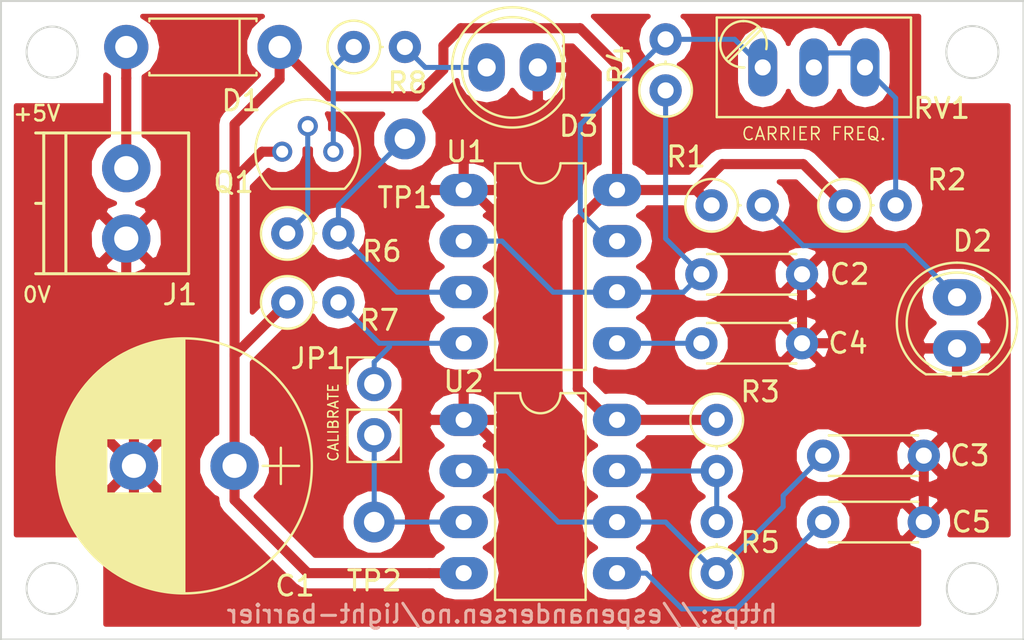
<source format=kicad_pcb>
(kicad_pcb (version 4) (host pcbnew 4.0.7-e2-6376~58~ubuntu16.04.1)

  (general
    (links 43)
    (no_connects 0)
    (area 143.728 97.127 197.613 131.213)
    (thickness 1.6)
    (drawings 13)
    (tracks 120)
    (zones 0)
    (modules 24)
    (nets 18)
  )

  (page A4)
  (layers
    (0 F.Cu signal)
    (31 B.Cu signal)
    (32 B.Adhes user)
    (33 F.Adhes user)
    (34 B.Paste user)
    (35 F.Paste user)
    (36 B.SilkS user)
    (37 F.SilkS user)
    (38 B.Mask user)
    (39 F.Mask user)
    (40 Dwgs.User user)
    (41 Cmts.User user)
    (42 Eco1.User user)
    (43 Eco2.User user)
    (44 Edge.Cuts user)
    (45 Margin user)
    (46 B.CrtYd user)
    (47 F.CrtYd user)
    (48 B.Fab user)
    (49 F.Fab user hide)
  )

  (setup
    (last_trace_width 0.25)
    (trace_clearance 0.2)
    (zone_clearance 0.508)
    (zone_45_only no)
    (trace_min 0.2)
    (segment_width 0.2)
    (edge_width 0.1)
    (via_size 0.6)
    (via_drill 0.4)
    (via_min_size 0.4)
    (via_min_drill 0.3)
    (uvia_size 0.3)
    (uvia_drill 0.1)
    (uvias_allowed no)
    (uvia_min_size 0.2)
    (uvia_min_drill 0.1)
    (pcb_text_width 0.3)
    (pcb_text_size 1.5 1.5)
    (mod_edge_width 0.15)
    (mod_text_size 1 1)
    (mod_text_width 0.15)
    (pad_size 1.8 2.4)
    (pad_drill 0.9)
    (pad_to_mask_clearance 0)
    (aux_axis_origin 0 0)
    (visible_elements FFFFFF7F)
    (pcbplotparams
      (layerselection 0x00030_80000001)
      (usegerberextensions false)
      (excludeedgelayer true)
      (linewidth 0.100000)
      (plotframeref false)
      (viasonmask false)
      (mode 1)
      (useauxorigin false)
      (hpglpennumber 1)
      (hpglpenspeed 20)
      (hpglpendiameter 15)
      (hpglpenoverlay 2)
      (psnegative false)
      (psa4output false)
      (plotreference true)
      (plotvalue true)
      (plotinvisibletext false)
      (padsonsilk false)
      (subtractmaskfromsilk false)
      (outputformat 1)
      (mirror false)
      (drillshape 1)
      (scaleselection 1)
      (outputdirectory ""))
  )

  (net 0 "")
  (net 1 +5V)
  (net 2 "Net-(C2-Pad1)")
  (net 3 "Net-(C3-Pad1)")
  (net 4 "Net-(C4-Pad1)")
  (net 5 "Net-(C5-Pad1)")
  (net 6 "Net-(D2-Pad2)")
  (net 7 "Net-(D3-Pad2)")
  (net 8 "Net-(Q1-Pad2)")
  (net 9 "Net-(Q1-Pad3)")
  (net 10 "Net-(R6-Pad2)")
  (net 11 "Net-(R4-Pad2)")
  (net 12 "Net-(JP1-Pad1)")
  (net 13 "Net-(JP1-Pad2)")
  (net 14 "Net-(R3-Pad2)")
  (net 15 "Net-(R2-Pad2)")
  (net 16 GND)
  (net 17 +5VP)

  (net_class Default "This is the default net class."
    (clearance 0.2)
    (trace_width 0.25)
    (via_dia 0.6)
    (via_drill 0.4)
    (uvia_dia 0.3)
    (uvia_drill 0.1)
    (add_net "Net-(C2-Pad1)")
    (add_net "Net-(C3-Pad1)")
    (add_net "Net-(C4-Pad1)")
    (add_net "Net-(C5-Pad1)")
    (add_net "Net-(D2-Pad2)")
    (add_net "Net-(D3-Pad2)")
    (add_net "Net-(JP1-Pad1)")
    (add_net "Net-(JP1-Pad2)")
    (add_net "Net-(Q1-Pad2)")
    (add_net "Net-(Q1-Pad3)")
    (add_net "Net-(R2-Pad2)")
    (add_net "Net-(R3-Pad2)")
    (add_net "Net-(R4-Pad2)")
    (add_net "Net-(R6-Pad2)")
  )

  (net_class Power ""
    (clearance 0.5)
    (trace_width 0.5)
    (via_dia 0.6)
    (via_drill 0.4)
    (uvia_dia 0.3)
    (uvia_drill 0.1)
    (add_net +5V)
    (add_net +5VP)
    (add_net GND)
  )

  (module Wire_Pads:SolderWirePad_single_1mmDrill (layer F.Cu) (tedit 5B24CE46) (tstamp 5B2438BB)
    (at 163.322 124.968)
    (path /5B0CB966)
    (fp_text reference TP2 (at 0 2.921) (layer F.SilkS)
      (effects (font (size 1 1) (thickness 0.15)))
    )
    (fp_text value "Modulator: 10Hz" (at -1.905 3.175) (layer F.Fab)
      (effects (font (size 1 1) (thickness 0.15)))
    )
    (pad 1 thru_hole circle (at 0 0) (size 2.032 2.032) (drill 1.016) (layers *.Cu *.Mask)
      (net 13 "Net-(JP1-Pad2)"))
    (model TestPoint.3dshapes/TestPoint_Loop_D2.60mm_Drill0.9mm_Beaded.wrl
      (at (xyz 0 0 0))
      (scale (xyz 1 1 1))
      (rotate (xyz 0 0 0))
    )
  )

  (module Capacitors_THT:CP_Radial_D12.5mm_P5.00mm (layer F.Cu) (tedit 5B24CCC5) (tstamp 5B2425ED)
    (at 156.384 122.174 180)
    (descr "CP, Radial series, Radial, pin pitch=5.00mm, , diameter=12.5mm, Electrolytic Capacitor")
    (tags "CP Radial series Radial pin pitch 5.00mm  diameter 12.5mm Electrolytic Capacitor")
    (path /5B0C6BBE)
    (fp_text reference C1 (at -3.001 -5.969 180) (layer F.SilkS)
      (effects (font (size 1 1) (thickness 0.15)))
    )
    (fp_text value 1000µF (at 2.5 7.56 180) (layer F.Fab)
      (effects (font (size 1 1) (thickness 0.15)))
    )
    (fp_circle (center 2.5 0) (end 8.75 0) (layer F.Fab) (width 0.1))
    (fp_circle (center 2.5 0) (end 8.84 0) (layer F.SilkS) (width 0.12))
    (fp_line (start -3.2 0) (end -1.4 0) (layer F.Fab) (width 0.1))
    (fp_line (start -2.3 -0.9) (end -2.3 0.9) (layer F.Fab) (width 0.1))
    (fp_line (start 2.5 -6.3) (end 2.5 6.3) (layer F.SilkS) (width 0.12))
    (fp_line (start 2.54 -6.3) (end 2.54 6.3) (layer F.SilkS) (width 0.12))
    (fp_line (start 2.58 -6.3) (end 2.58 6.3) (layer F.SilkS) (width 0.12))
    (fp_line (start 2.62 -6.299) (end 2.62 6.299) (layer F.SilkS) (width 0.12))
    (fp_line (start 2.66 -6.298) (end 2.66 6.298) (layer F.SilkS) (width 0.12))
    (fp_line (start 2.7 -6.297) (end 2.7 6.297) (layer F.SilkS) (width 0.12))
    (fp_line (start 2.74 -6.296) (end 2.74 6.296) (layer F.SilkS) (width 0.12))
    (fp_line (start 2.78 -6.294) (end 2.78 6.294) (layer F.SilkS) (width 0.12))
    (fp_line (start 2.82 -6.292) (end 2.82 6.292) (layer F.SilkS) (width 0.12))
    (fp_line (start 2.86 -6.29) (end 2.86 6.29) (layer F.SilkS) (width 0.12))
    (fp_line (start 2.9 -6.288) (end 2.9 6.288) (layer F.SilkS) (width 0.12))
    (fp_line (start 2.94 -6.285) (end 2.94 6.285) (layer F.SilkS) (width 0.12))
    (fp_line (start 2.98 -6.282) (end 2.98 6.282) (layer F.SilkS) (width 0.12))
    (fp_line (start 3.02 -6.279) (end 3.02 6.279) (layer F.SilkS) (width 0.12))
    (fp_line (start 3.06 -6.276) (end 3.06 6.276) (layer F.SilkS) (width 0.12))
    (fp_line (start 3.1 -6.272) (end 3.1 6.272) (layer F.SilkS) (width 0.12))
    (fp_line (start 3.14 -6.268) (end 3.14 6.268) (layer F.SilkS) (width 0.12))
    (fp_line (start 3.18 -6.264) (end 3.18 6.264) (layer F.SilkS) (width 0.12))
    (fp_line (start 3.221 -6.259) (end 3.221 6.259) (layer F.SilkS) (width 0.12))
    (fp_line (start 3.261 -6.255) (end 3.261 6.255) (layer F.SilkS) (width 0.12))
    (fp_line (start 3.301 -6.25) (end 3.301 6.25) (layer F.SilkS) (width 0.12))
    (fp_line (start 3.341 -6.245) (end 3.341 6.245) (layer F.SilkS) (width 0.12))
    (fp_line (start 3.381 -6.239) (end 3.381 6.239) (layer F.SilkS) (width 0.12))
    (fp_line (start 3.421 -6.233) (end 3.421 6.233) (layer F.SilkS) (width 0.12))
    (fp_line (start 3.461 -6.227) (end 3.461 6.227) (layer F.SilkS) (width 0.12))
    (fp_line (start 3.501 -6.221) (end 3.501 6.221) (layer F.SilkS) (width 0.12))
    (fp_line (start 3.541 -6.215) (end 3.541 6.215) (layer F.SilkS) (width 0.12))
    (fp_line (start 3.581 -6.208) (end 3.581 6.208) (layer F.SilkS) (width 0.12))
    (fp_line (start 3.621 -6.201) (end 3.621 -1.38) (layer F.SilkS) (width 0.12))
    (fp_line (start 3.621 1.38) (end 3.621 6.201) (layer F.SilkS) (width 0.12))
    (fp_line (start 3.661 -6.193) (end 3.661 -1.38) (layer F.SilkS) (width 0.12))
    (fp_line (start 3.661 1.38) (end 3.661 6.193) (layer F.SilkS) (width 0.12))
    (fp_line (start 3.701 -6.186) (end 3.701 -1.38) (layer F.SilkS) (width 0.12))
    (fp_line (start 3.701 1.38) (end 3.701 6.186) (layer F.SilkS) (width 0.12))
    (fp_line (start 3.741 -6.178) (end 3.741 -1.38) (layer F.SilkS) (width 0.12))
    (fp_line (start 3.741 1.38) (end 3.741 6.178) (layer F.SilkS) (width 0.12))
    (fp_line (start 3.781 -6.17) (end 3.781 -1.38) (layer F.SilkS) (width 0.12))
    (fp_line (start 3.781 1.38) (end 3.781 6.17) (layer F.SilkS) (width 0.12))
    (fp_line (start 3.821 -6.162) (end 3.821 -1.38) (layer F.SilkS) (width 0.12))
    (fp_line (start 3.821 1.38) (end 3.821 6.162) (layer F.SilkS) (width 0.12))
    (fp_line (start 3.861 -6.153) (end 3.861 -1.38) (layer F.SilkS) (width 0.12))
    (fp_line (start 3.861 1.38) (end 3.861 6.153) (layer F.SilkS) (width 0.12))
    (fp_line (start 3.901 -6.144) (end 3.901 -1.38) (layer F.SilkS) (width 0.12))
    (fp_line (start 3.901 1.38) (end 3.901 6.144) (layer F.SilkS) (width 0.12))
    (fp_line (start 3.941 -6.135) (end 3.941 -1.38) (layer F.SilkS) (width 0.12))
    (fp_line (start 3.941 1.38) (end 3.941 6.135) (layer F.SilkS) (width 0.12))
    (fp_line (start 3.981 -6.125) (end 3.981 -1.38) (layer F.SilkS) (width 0.12))
    (fp_line (start 3.981 1.38) (end 3.981 6.125) (layer F.SilkS) (width 0.12))
    (fp_line (start 4.021 -6.116) (end 4.021 -1.38) (layer F.SilkS) (width 0.12))
    (fp_line (start 4.021 1.38) (end 4.021 6.116) (layer F.SilkS) (width 0.12))
    (fp_line (start 4.061 -6.106) (end 4.061 -1.38) (layer F.SilkS) (width 0.12))
    (fp_line (start 4.061 1.38) (end 4.061 6.106) (layer F.SilkS) (width 0.12))
    (fp_line (start 4.101 -6.095) (end 4.101 -1.38) (layer F.SilkS) (width 0.12))
    (fp_line (start 4.101 1.38) (end 4.101 6.095) (layer F.SilkS) (width 0.12))
    (fp_line (start 4.141 -6.085) (end 4.141 -1.38) (layer F.SilkS) (width 0.12))
    (fp_line (start 4.141 1.38) (end 4.141 6.085) (layer F.SilkS) (width 0.12))
    (fp_line (start 4.181 -6.074) (end 4.181 -1.38) (layer F.SilkS) (width 0.12))
    (fp_line (start 4.181 1.38) (end 4.181 6.074) (layer F.SilkS) (width 0.12))
    (fp_line (start 4.221 -6.063) (end 4.221 -1.38) (layer F.SilkS) (width 0.12))
    (fp_line (start 4.221 1.38) (end 4.221 6.063) (layer F.SilkS) (width 0.12))
    (fp_line (start 4.261 -6.051) (end 4.261 -1.38) (layer F.SilkS) (width 0.12))
    (fp_line (start 4.261 1.38) (end 4.261 6.051) (layer F.SilkS) (width 0.12))
    (fp_line (start 4.301 -6.04) (end 4.301 -1.38) (layer F.SilkS) (width 0.12))
    (fp_line (start 4.301 1.38) (end 4.301 6.04) (layer F.SilkS) (width 0.12))
    (fp_line (start 4.341 -6.028) (end 4.341 -1.38) (layer F.SilkS) (width 0.12))
    (fp_line (start 4.341 1.38) (end 4.341 6.028) (layer F.SilkS) (width 0.12))
    (fp_line (start 4.381 -6.015) (end 4.381 -1.38) (layer F.SilkS) (width 0.12))
    (fp_line (start 4.381 1.38) (end 4.381 6.015) (layer F.SilkS) (width 0.12))
    (fp_line (start 4.421 -6.003) (end 4.421 -1.38) (layer F.SilkS) (width 0.12))
    (fp_line (start 4.421 1.38) (end 4.421 6.003) (layer F.SilkS) (width 0.12))
    (fp_line (start 4.461 -5.99) (end 4.461 -1.38) (layer F.SilkS) (width 0.12))
    (fp_line (start 4.461 1.38) (end 4.461 5.99) (layer F.SilkS) (width 0.12))
    (fp_line (start 4.501 -5.977) (end 4.501 -1.38) (layer F.SilkS) (width 0.12))
    (fp_line (start 4.501 1.38) (end 4.501 5.977) (layer F.SilkS) (width 0.12))
    (fp_line (start 4.541 -5.963) (end 4.541 -1.38) (layer F.SilkS) (width 0.12))
    (fp_line (start 4.541 1.38) (end 4.541 5.963) (layer F.SilkS) (width 0.12))
    (fp_line (start 4.581 -5.95) (end 4.581 -1.38) (layer F.SilkS) (width 0.12))
    (fp_line (start 4.581 1.38) (end 4.581 5.95) (layer F.SilkS) (width 0.12))
    (fp_line (start 4.621 -5.936) (end 4.621 -1.38) (layer F.SilkS) (width 0.12))
    (fp_line (start 4.621 1.38) (end 4.621 5.936) (layer F.SilkS) (width 0.12))
    (fp_line (start 4.661 -5.921) (end 4.661 -1.38) (layer F.SilkS) (width 0.12))
    (fp_line (start 4.661 1.38) (end 4.661 5.921) (layer F.SilkS) (width 0.12))
    (fp_line (start 4.701 -5.907) (end 4.701 -1.38) (layer F.SilkS) (width 0.12))
    (fp_line (start 4.701 1.38) (end 4.701 5.907) (layer F.SilkS) (width 0.12))
    (fp_line (start 4.741 -5.892) (end 4.741 -1.38) (layer F.SilkS) (width 0.12))
    (fp_line (start 4.741 1.38) (end 4.741 5.892) (layer F.SilkS) (width 0.12))
    (fp_line (start 4.781 -5.876) (end 4.781 -1.38) (layer F.SilkS) (width 0.12))
    (fp_line (start 4.781 1.38) (end 4.781 5.876) (layer F.SilkS) (width 0.12))
    (fp_line (start 4.821 -5.861) (end 4.821 -1.38) (layer F.SilkS) (width 0.12))
    (fp_line (start 4.821 1.38) (end 4.821 5.861) (layer F.SilkS) (width 0.12))
    (fp_line (start 4.861 -5.845) (end 4.861 -1.38) (layer F.SilkS) (width 0.12))
    (fp_line (start 4.861 1.38) (end 4.861 5.845) (layer F.SilkS) (width 0.12))
    (fp_line (start 4.901 -5.829) (end 4.901 -1.38) (layer F.SilkS) (width 0.12))
    (fp_line (start 4.901 1.38) (end 4.901 5.829) (layer F.SilkS) (width 0.12))
    (fp_line (start 4.941 -5.812) (end 4.941 -1.38) (layer F.SilkS) (width 0.12))
    (fp_line (start 4.941 1.38) (end 4.941 5.812) (layer F.SilkS) (width 0.12))
    (fp_line (start 4.981 -5.795) (end 4.981 -1.38) (layer F.SilkS) (width 0.12))
    (fp_line (start 4.981 1.38) (end 4.981 5.795) (layer F.SilkS) (width 0.12))
    (fp_line (start 5.021 -5.778) (end 5.021 -1.38) (layer F.SilkS) (width 0.12))
    (fp_line (start 5.021 1.38) (end 5.021 5.778) (layer F.SilkS) (width 0.12))
    (fp_line (start 5.061 -5.761) (end 5.061 -1.38) (layer F.SilkS) (width 0.12))
    (fp_line (start 5.061 1.38) (end 5.061 5.761) (layer F.SilkS) (width 0.12))
    (fp_line (start 5.101 -5.743) (end 5.101 -1.38) (layer F.SilkS) (width 0.12))
    (fp_line (start 5.101 1.38) (end 5.101 5.743) (layer F.SilkS) (width 0.12))
    (fp_line (start 5.141 -5.725) (end 5.141 -1.38) (layer F.SilkS) (width 0.12))
    (fp_line (start 5.141 1.38) (end 5.141 5.725) (layer F.SilkS) (width 0.12))
    (fp_line (start 5.181 -5.706) (end 5.181 -1.38) (layer F.SilkS) (width 0.12))
    (fp_line (start 5.181 1.38) (end 5.181 5.706) (layer F.SilkS) (width 0.12))
    (fp_line (start 5.221 -5.687) (end 5.221 -1.38) (layer F.SilkS) (width 0.12))
    (fp_line (start 5.221 1.38) (end 5.221 5.687) (layer F.SilkS) (width 0.12))
    (fp_line (start 5.261 -5.668) (end 5.261 -1.38) (layer F.SilkS) (width 0.12))
    (fp_line (start 5.261 1.38) (end 5.261 5.668) (layer F.SilkS) (width 0.12))
    (fp_line (start 5.301 -5.649) (end 5.301 -1.38) (layer F.SilkS) (width 0.12))
    (fp_line (start 5.301 1.38) (end 5.301 5.649) (layer F.SilkS) (width 0.12))
    (fp_line (start 5.341 -5.629) (end 5.341 -1.38) (layer F.SilkS) (width 0.12))
    (fp_line (start 5.341 1.38) (end 5.341 5.629) (layer F.SilkS) (width 0.12))
    (fp_line (start 5.381 -5.609) (end 5.381 -1.38) (layer F.SilkS) (width 0.12))
    (fp_line (start 5.381 1.38) (end 5.381 5.609) (layer F.SilkS) (width 0.12))
    (fp_line (start 5.421 -5.588) (end 5.421 -1.38) (layer F.SilkS) (width 0.12))
    (fp_line (start 5.421 1.38) (end 5.421 5.588) (layer F.SilkS) (width 0.12))
    (fp_line (start 5.461 -5.567) (end 5.461 -1.38) (layer F.SilkS) (width 0.12))
    (fp_line (start 5.461 1.38) (end 5.461 5.567) (layer F.SilkS) (width 0.12))
    (fp_line (start 5.501 -5.546) (end 5.501 -1.38) (layer F.SilkS) (width 0.12))
    (fp_line (start 5.501 1.38) (end 5.501 5.546) (layer F.SilkS) (width 0.12))
    (fp_line (start 5.541 -5.524) (end 5.541 -1.38) (layer F.SilkS) (width 0.12))
    (fp_line (start 5.541 1.38) (end 5.541 5.524) (layer F.SilkS) (width 0.12))
    (fp_line (start 5.581 -5.502) (end 5.581 -1.38) (layer F.SilkS) (width 0.12))
    (fp_line (start 5.581 1.38) (end 5.581 5.502) (layer F.SilkS) (width 0.12))
    (fp_line (start 5.621 -5.48) (end 5.621 -1.38) (layer F.SilkS) (width 0.12))
    (fp_line (start 5.621 1.38) (end 5.621 5.48) (layer F.SilkS) (width 0.12))
    (fp_line (start 5.661 -5.457) (end 5.661 -1.38) (layer F.SilkS) (width 0.12))
    (fp_line (start 5.661 1.38) (end 5.661 5.457) (layer F.SilkS) (width 0.12))
    (fp_line (start 5.701 -5.434) (end 5.701 -1.38) (layer F.SilkS) (width 0.12))
    (fp_line (start 5.701 1.38) (end 5.701 5.434) (layer F.SilkS) (width 0.12))
    (fp_line (start 5.741 -5.41) (end 5.741 -1.38) (layer F.SilkS) (width 0.12))
    (fp_line (start 5.741 1.38) (end 5.741 5.41) (layer F.SilkS) (width 0.12))
    (fp_line (start 5.781 -5.386) (end 5.781 -1.38) (layer F.SilkS) (width 0.12))
    (fp_line (start 5.781 1.38) (end 5.781 5.386) (layer F.SilkS) (width 0.12))
    (fp_line (start 5.821 -5.362) (end 5.821 -1.38) (layer F.SilkS) (width 0.12))
    (fp_line (start 5.821 1.38) (end 5.821 5.362) (layer F.SilkS) (width 0.12))
    (fp_line (start 5.861 -5.337) (end 5.861 -1.38) (layer F.SilkS) (width 0.12))
    (fp_line (start 5.861 1.38) (end 5.861 5.337) (layer F.SilkS) (width 0.12))
    (fp_line (start 5.901 -5.312) (end 5.901 -1.38) (layer F.SilkS) (width 0.12))
    (fp_line (start 5.901 1.38) (end 5.901 5.312) (layer F.SilkS) (width 0.12))
    (fp_line (start 5.941 -5.286) (end 5.941 -1.38) (layer F.SilkS) (width 0.12))
    (fp_line (start 5.941 1.38) (end 5.941 5.286) (layer F.SilkS) (width 0.12))
    (fp_line (start 5.981 -5.26) (end 5.981 -1.38) (layer F.SilkS) (width 0.12))
    (fp_line (start 5.981 1.38) (end 5.981 5.26) (layer F.SilkS) (width 0.12))
    (fp_line (start 6.021 -5.234) (end 6.021 -1.38) (layer F.SilkS) (width 0.12))
    (fp_line (start 6.021 1.38) (end 6.021 5.234) (layer F.SilkS) (width 0.12))
    (fp_line (start 6.061 -5.207) (end 6.061 -1.38) (layer F.SilkS) (width 0.12))
    (fp_line (start 6.061 1.38) (end 6.061 5.207) (layer F.SilkS) (width 0.12))
    (fp_line (start 6.101 -5.179) (end 6.101 -1.38) (layer F.SilkS) (width 0.12))
    (fp_line (start 6.101 1.38) (end 6.101 5.179) (layer F.SilkS) (width 0.12))
    (fp_line (start 6.141 -5.151) (end 6.141 -1.38) (layer F.SilkS) (width 0.12))
    (fp_line (start 6.141 1.38) (end 6.141 5.151) (layer F.SilkS) (width 0.12))
    (fp_line (start 6.181 -5.123) (end 6.181 -1.38) (layer F.SilkS) (width 0.12))
    (fp_line (start 6.181 1.38) (end 6.181 5.123) (layer F.SilkS) (width 0.12))
    (fp_line (start 6.221 -5.094) (end 6.221 -1.38) (layer F.SilkS) (width 0.12))
    (fp_line (start 6.221 1.38) (end 6.221 5.094) (layer F.SilkS) (width 0.12))
    (fp_line (start 6.261 -5.065) (end 6.261 -1.38) (layer F.SilkS) (width 0.12))
    (fp_line (start 6.261 1.38) (end 6.261 5.065) (layer F.SilkS) (width 0.12))
    (fp_line (start 6.301 -5.035) (end 6.301 -1.38) (layer F.SilkS) (width 0.12))
    (fp_line (start 6.301 1.38) (end 6.301 5.035) (layer F.SilkS) (width 0.12))
    (fp_line (start 6.341 -5.005) (end 6.341 -1.38) (layer F.SilkS) (width 0.12))
    (fp_line (start 6.341 1.38) (end 6.341 5.005) (layer F.SilkS) (width 0.12))
    (fp_line (start 6.381 -4.975) (end 6.381 4.975) (layer F.SilkS) (width 0.12))
    (fp_line (start 6.421 -4.943) (end 6.421 4.943) (layer F.SilkS) (width 0.12))
    (fp_line (start 6.461 -4.912) (end 6.461 4.912) (layer F.SilkS) (width 0.12))
    (fp_line (start 6.501 -4.879) (end 6.501 4.879) (layer F.SilkS) (width 0.12))
    (fp_line (start 6.541 -4.847) (end 6.541 4.847) (layer F.SilkS) (width 0.12))
    (fp_line (start 6.581 -4.813) (end 6.581 4.813) (layer F.SilkS) (width 0.12))
    (fp_line (start 6.621 -4.779) (end 6.621 4.779) (layer F.SilkS) (width 0.12))
    (fp_line (start 6.661 -4.745) (end 6.661 4.745) (layer F.SilkS) (width 0.12))
    (fp_line (start 6.701 -4.71) (end 6.701 4.71) (layer F.SilkS) (width 0.12))
    (fp_line (start 6.741 -4.674) (end 6.741 4.674) (layer F.SilkS) (width 0.12))
    (fp_line (start 6.781 -4.638) (end 6.781 4.638) (layer F.SilkS) (width 0.12))
    (fp_line (start 6.821 -4.601) (end 6.821 4.601) (layer F.SilkS) (width 0.12))
    (fp_line (start 6.861 -4.563) (end 6.861 4.563) (layer F.SilkS) (width 0.12))
    (fp_line (start 6.901 -4.525) (end 6.901 4.525) (layer F.SilkS) (width 0.12))
    (fp_line (start 6.941 -4.486) (end 6.941 4.486) (layer F.SilkS) (width 0.12))
    (fp_line (start 6.981 -4.447) (end 6.981 4.447) (layer F.SilkS) (width 0.12))
    (fp_line (start 7.021 -4.406) (end 7.021 4.406) (layer F.SilkS) (width 0.12))
    (fp_line (start 7.061 -4.365) (end 7.061 4.365) (layer F.SilkS) (width 0.12))
    (fp_line (start 7.101 -4.323) (end 7.101 4.323) (layer F.SilkS) (width 0.12))
    (fp_line (start 7.141 -4.281) (end 7.141 4.281) (layer F.SilkS) (width 0.12))
    (fp_line (start 7.181 -4.238) (end 7.181 4.238) (layer F.SilkS) (width 0.12))
    (fp_line (start 7.221 -4.193) (end 7.221 4.193) (layer F.SilkS) (width 0.12))
    (fp_line (start 7.261 -4.148) (end 7.261 4.148) (layer F.SilkS) (width 0.12))
    (fp_line (start 7.301 -4.102) (end 7.301 4.102) (layer F.SilkS) (width 0.12))
    (fp_line (start 7.341 -4.056) (end 7.341 4.056) (layer F.SilkS) (width 0.12))
    (fp_line (start 7.381 -4.008) (end 7.381 4.008) (layer F.SilkS) (width 0.12))
    (fp_line (start 7.421 -3.959) (end 7.421 3.959) (layer F.SilkS) (width 0.12))
    (fp_line (start 7.461 -3.909) (end 7.461 3.909) (layer F.SilkS) (width 0.12))
    (fp_line (start 7.501 -3.859) (end 7.501 3.859) (layer F.SilkS) (width 0.12))
    (fp_line (start 7.541 -3.807) (end 7.541 3.807) (layer F.SilkS) (width 0.12))
    (fp_line (start 7.581 -3.754) (end 7.581 3.754) (layer F.SilkS) (width 0.12))
    (fp_line (start 7.621 -3.7) (end 7.621 3.7) (layer F.SilkS) (width 0.12))
    (fp_line (start 7.661 -3.644) (end 7.661 3.644) (layer F.SilkS) (width 0.12))
    (fp_line (start 7.701 -3.588) (end 7.701 3.588) (layer F.SilkS) (width 0.12))
    (fp_line (start 7.741 -3.53) (end 7.741 3.53) (layer F.SilkS) (width 0.12))
    (fp_line (start 7.781 -3.47) (end 7.781 3.47) (layer F.SilkS) (width 0.12))
    (fp_line (start 7.821 -3.409) (end 7.821 3.409) (layer F.SilkS) (width 0.12))
    (fp_line (start 7.861 -3.347) (end 7.861 3.347) (layer F.SilkS) (width 0.12))
    (fp_line (start 7.901 -3.282) (end 7.901 3.282) (layer F.SilkS) (width 0.12))
    (fp_line (start 7.941 -3.217) (end 7.941 3.217) (layer F.SilkS) (width 0.12))
    (fp_line (start 7.981 -3.149) (end 7.981 3.149) (layer F.SilkS) (width 0.12))
    (fp_line (start 8.021 -3.079) (end 8.021 3.079) (layer F.SilkS) (width 0.12))
    (fp_line (start 8.061 -3.007) (end 8.061 3.007) (layer F.SilkS) (width 0.12))
    (fp_line (start 8.101 -2.933) (end 8.101 2.933) (layer F.SilkS) (width 0.12))
    (fp_line (start 8.141 -2.856) (end 8.141 2.856) (layer F.SilkS) (width 0.12))
    (fp_line (start 8.181 -2.777) (end 8.181 2.777) (layer F.SilkS) (width 0.12))
    (fp_line (start 8.221 -2.695) (end 8.221 2.695) (layer F.SilkS) (width 0.12))
    (fp_line (start 8.261 -2.61) (end 8.261 2.61) (layer F.SilkS) (width 0.12))
    (fp_line (start 8.301 -2.521) (end 8.301 2.521) (layer F.SilkS) (width 0.12))
    (fp_line (start 8.341 -2.428) (end 8.341 2.428) (layer F.SilkS) (width 0.12))
    (fp_line (start 8.381 -2.331) (end 8.381 2.331) (layer F.SilkS) (width 0.12))
    (fp_line (start 8.421 -2.23) (end 8.421 2.23) (layer F.SilkS) (width 0.12))
    (fp_line (start 8.461 -2.122) (end 8.461 2.122) (layer F.SilkS) (width 0.12))
    (fp_line (start 8.501 -2.009) (end 8.501 2.009) (layer F.SilkS) (width 0.12))
    (fp_line (start 8.541 -1.888) (end 8.541 1.888) (layer F.SilkS) (width 0.12))
    (fp_line (start 8.581 -1.757) (end 8.581 1.757) (layer F.SilkS) (width 0.12))
    (fp_line (start 8.621 -1.616) (end 8.621 1.616) (layer F.SilkS) (width 0.12))
    (fp_line (start 8.661 -1.46) (end 8.661 1.46) (layer F.SilkS) (width 0.12))
    (fp_line (start 8.701 -1.285) (end 8.701 1.285) (layer F.SilkS) (width 0.12))
    (fp_line (start 8.741 -1.082) (end 8.741 1.082) (layer F.SilkS) (width 0.12))
    (fp_line (start 8.781 -0.831) (end 8.781 0.831) (layer F.SilkS) (width 0.12))
    (fp_line (start 8.821 -0.464) (end 8.821 0.464) (layer F.SilkS) (width 0.12))
    (fp_line (start -3.2 0) (end -1.4 0) (layer F.SilkS) (width 0.12))
    (fp_line (start -2.3 -0.9) (end -2.3 0.9) (layer F.SilkS) (width 0.12))
    (fp_line (start -4.1 -6.6) (end -4.1 6.6) (layer F.CrtYd) (width 0.05))
    (fp_line (start -4.1 6.6) (end 9.1 6.6) (layer F.CrtYd) (width 0.05))
    (fp_line (start 9.1 6.6) (end 9.1 -6.6) (layer F.CrtYd) (width 0.05))
    (fp_line (start 9.1 -6.6) (end -4.1 -6.6) (layer F.CrtYd) (width 0.05))
    (fp_text user %R (at 2.5 0 180) (layer F.Fab)
      (effects (font (size 1 1) (thickness 0.15)))
    )
    (pad 1 thru_hole circle (at 0 0 180) (size 2.4 2.4) (drill 1.2) (layers *.Cu *.Mask)
      (net 1 +5V))
    (pad 2 thru_hole circle (at 5 0 180) (size 2.4 2.4) (drill 1.2) (layers *.Cu *.Mask)
      (net 16 GND))
    (model ${KISYS3DMOD}/Capacitors_THT.3dshapes/CP_Radial_D12.5mm_P5.00mm.wrl
      (at (xyz 0 0 0))
      (scale (xyz 1 1 1))
      (rotate (xyz 0 0 0))
    )
  )

  (module Capacitors_THT:C_Disc_D4.3mm_W1.9mm_P5.00mm (layer F.Cu) (tedit 597BC7C2) (tstamp 5B242602)
    (at 179.578 112.649)
    (descr "C, Disc series, Radial, pin pitch=5.00mm, , diameter*width=4.3*1.9mm^2, Capacitor, http://www.vishay.com/docs/45233/krseries.pdf")
    (tags "C Disc series Radial pin pitch 5.00mm  diameter 4.3mm width 1.9mm Capacitor")
    (path /5B0C773D)
    (fp_text reference C2 (at 7.366 0) (layer F.SilkS)
      (effects (font (size 1 1) (thickness 0.15)))
    )
    (fp_text value 470pF (at 2.5 2.26) (layer F.Fab)
      (effects (font (size 1 1) (thickness 0.15)))
    )
    (fp_line (start 0.35 -0.95) (end 0.35 0.95) (layer F.Fab) (width 0.1))
    (fp_line (start 0.35 0.95) (end 4.65 0.95) (layer F.Fab) (width 0.1))
    (fp_line (start 4.65 0.95) (end 4.65 -0.95) (layer F.Fab) (width 0.1))
    (fp_line (start 4.65 -0.95) (end 0.35 -0.95) (layer F.Fab) (width 0.1))
    (fp_line (start 0.29 -1.01) (end 4.71 -1.01) (layer F.SilkS) (width 0.12))
    (fp_line (start 0.29 1.01) (end 4.71 1.01) (layer F.SilkS) (width 0.12))
    (fp_line (start 0.29 -1.01) (end 0.29 -0.996) (layer F.SilkS) (width 0.12))
    (fp_line (start 0.29 0.996) (end 0.29 1.01) (layer F.SilkS) (width 0.12))
    (fp_line (start 4.71 -1.01) (end 4.71 -0.996) (layer F.SilkS) (width 0.12))
    (fp_line (start 4.71 0.996) (end 4.71 1.01) (layer F.SilkS) (width 0.12))
    (fp_line (start -1.05 -1.3) (end -1.05 1.3) (layer F.CrtYd) (width 0.05))
    (fp_line (start -1.05 1.3) (end 6.05 1.3) (layer F.CrtYd) (width 0.05))
    (fp_line (start 6.05 1.3) (end 6.05 -1.3) (layer F.CrtYd) (width 0.05))
    (fp_line (start 6.05 -1.3) (end -1.05 -1.3) (layer F.CrtYd) (width 0.05))
    (fp_text user %R (at 2.5 0) (layer F.Fab)
      (effects (font (size 1 1) (thickness 0.15)))
    )
    (pad 1 thru_hole circle (at 0 0) (size 1.6 1.6) (drill 0.8) (layers *.Cu *.Mask)
      (net 2 "Net-(C2-Pad1)"))
    (pad 2 thru_hole circle (at 5 0) (size 1.6 1.6) (drill 0.8) (layers *.Cu *.Mask)
      (net 16 GND))
    (model ${KISYS3DMOD}/Capacitors_THT.3dshapes/C_Disc_D4.3mm_W1.9mm_P5.00mm.wrl
      (at (xyz 0 0 0))
      (scale (xyz 1 1 1))
      (rotate (xyz 0 0 0))
    )
  )

  (module Capacitors_THT:C_Disc_D4.3mm_W1.9mm_P5.00mm (layer F.Cu) (tedit 597BC7C2) (tstamp 5B242617)
    (at 185.627 121.666)
    (descr "C, Disc series, Radial, pin pitch=5.00mm, , diameter*width=4.3*1.9mm^2, Capacitor, http://www.vishay.com/docs/45233/krseries.pdf")
    (tags "C Disc series Radial pin pitch 5.00mm  diameter 4.3mm width 1.9mm Capacitor")
    (path /5B0F2EFA)
    (fp_text reference C3 (at 7.286 0) (layer F.SilkS)
      (effects (font (size 1 1) (thickness 0.15)))
    )
    (fp_text value 100nF (at 2.5 2.26) (layer F.Fab)
      (effects (font (size 1 1) (thickness 0.15)))
    )
    (fp_line (start 0.35 -0.95) (end 0.35 0.95) (layer F.Fab) (width 0.1))
    (fp_line (start 0.35 0.95) (end 4.65 0.95) (layer F.Fab) (width 0.1))
    (fp_line (start 4.65 0.95) (end 4.65 -0.95) (layer F.Fab) (width 0.1))
    (fp_line (start 4.65 -0.95) (end 0.35 -0.95) (layer F.Fab) (width 0.1))
    (fp_line (start 0.29 -1.01) (end 4.71 -1.01) (layer F.SilkS) (width 0.12))
    (fp_line (start 0.29 1.01) (end 4.71 1.01) (layer F.SilkS) (width 0.12))
    (fp_line (start 0.29 -1.01) (end 0.29 -0.996) (layer F.SilkS) (width 0.12))
    (fp_line (start 0.29 0.996) (end 0.29 1.01) (layer F.SilkS) (width 0.12))
    (fp_line (start 4.71 -1.01) (end 4.71 -0.996) (layer F.SilkS) (width 0.12))
    (fp_line (start 4.71 0.996) (end 4.71 1.01) (layer F.SilkS) (width 0.12))
    (fp_line (start -1.05 -1.3) (end -1.05 1.3) (layer F.CrtYd) (width 0.05))
    (fp_line (start -1.05 1.3) (end 6.05 1.3) (layer F.CrtYd) (width 0.05))
    (fp_line (start 6.05 1.3) (end 6.05 -1.3) (layer F.CrtYd) (width 0.05))
    (fp_line (start 6.05 -1.3) (end -1.05 -1.3) (layer F.CrtYd) (width 0.05))
    (fp_text user %R (at 2.5 0) (layer F.Fab)
      (effects (font (size 1 1) (thickness 0.15)))
    )
    (pad 1 thru_hole circle (at 0 0) (size 1.6 1.6) (drill 0.8) (layers *.Cu *.Mask)
      (net 3 "Net-(C3-Pad1)"))
    (pad 2 thru_hole circle (at 5 0) (size 1.6 1.6) (drill 0.8) (layers *.Cu *.Mask)
      (net 16 GND))
    (model ${KISYS3DMOD}/Capacitors_THT.3dshapes/C_Disc_D4.3mm_W1.9mm_P5.00mm.wrl
      (at (xyz 0 0 0))
      (scale (xyz 1 1 1))
      (rotate (xyz 0 0 0))
    )
  )

  (module Capacitors_THT:C_Disc_D4.3mm_W1.9mm_P5.00mm (layer F.Cu) (tedit 597BC7C2) (tstamp 5B24262C)
    (at 179.578 116.078)
    (descr "C, Disc series, Radial, pin pitch=5.00mm, , diameter*width=4.3*1.9mm^2, Capacitor, http://www.vishay.com/docs/45233/krseries.pdf")
    (tags "C Disc series Radial pin pitch 5.00mm  diameter 4.3mm width 1.9mm Capacitor")
    (path /5B0C6F27)
    (fp_text reference C4 (at 7.286 0) (layer F.SilkS)
      (effects (font (size 1 1) (thickness 0.15)))
    )
    (fp_text value 100nF (at 2.5 2.26) (layer F.Fab)
      (effects (font (size 1 1) (thickness 0.15)))
    )
    (fp_line (start 0.35 -0.95) (end 0.35 0.95) (layer F.Fab) (width 0.1))
    (fp_line (start 0.35 0.95) (end 4.65 0.95) (layer F.Fab) (width 0.1))
    (fp_line (start 4.65 0.95) (end 4.65 -0.95) (layer F.Fab) (width 0.1))
    (fp_line (start 4.65 -0.95) (end 0.35 -0.95) (layer F.Fab) (width 0.1))
    (fp_line (start 0.29 -1.01) (end 4.71 -1.01) (layer F.SilkS) (width 0.12))
    (fp_line (start 0.29 1.01) (end 4.71 1.01) (layer F.SilkS) (width 0.12))
    (fp_line (start 0.29 -1.01) (end 0.29 -0.996) (layer F.SilkS) (width 0.12))
    (fp_line (start 0.29 0.996) (end 0.29 1.01) (layer F.SilkS) (width 0.12))
    (fp_line (start 4.71 -1.01) (end 4.71 -0.996) (layer F.SilkS) (width 0.12))
    (fp_line (start 4.71 0.996) (end 4.71 1.01) (layer F.SilkS) (width 0.12))
    (fp_line (start -1.05 -1.3) (end -1.05 1.3) (layer F.CrtYd) (width 0.05))
    (fp_line (start -1.05 1.3) (end 6.05 1.3) (layer F.CrtYd) (width 0.05))
    (fp_line (start 6.05 1.3) (end 6.05 -1.3) (layer F.CrtYd) (width 0.05))
    (fp_line (start 6.05 -1.3) (end -1.05 -1.3) (layer F.CrtYd) (width 0.05))
    (fp_text user %R (at 2.5 0) (layer F.Fab)
      (effects (font (size 1 1) (thickness 0.15)))
    )
    (pad 1 thru_hole circle (at 0 0) (size 1.6 1.6) (drill 0.8) (layers *.Cu *.Mask)
      (net 4 "Net-(C4-Pad1)"))
    (pad 2 thru_hole circle (at 5 0) (size 1.6 1.6) (drill 0.8) (layers *.Cu *.Mask)
      (net 16 GND))
    (model ${KISYS3DMOD}/Capacitors_THT.3dshapes/C_Disc_D4.3mm_W1.9mm_P5.00mm.wrl
      (at (xyz 0 0 0))
      (scale (xyz 1 1 1))
      (rotate (xyz 0 0 0))
    )
  )

  (module Capacitors_THT:C_Disc_D4.3mm_W1.9mm_P5.00mm (layer F.Cu) (tedit 597BC7C2) (tstamp 5B242641)
    (at 185.627 124.968)
    (descr "C, Disc series, Radial, pin pitch=5.00mm, , diameter*width=4.3*1.9mm^2, Capacitor, http://www.vishay.com/docs/45233/krseries.pdf")
    (tags "C Disc series Radial pin pitch 5.00mm  diameter 4.3mm width 1.9mm Capacitor")
    (path /5B0CA827)
    (fp_text reference C5 (at 7.366 0) (layer F.SilkS)
      (effects (font (size 1 1) (thickness 0.15)))
    )
    (fp_text value 100nF (at 2.5 2.26) (layer F.Fab)
      (effects (font (size 1 1) (thickness 0.15)))
    )
    (fp_line (start 0.35 -0.95) (end 0.35 0.95) (layer F.Fab) (width 0.1))
    (fp_line (start 0.35 0.95) (end 4.65 0.95) (layer F.Fab) (width 0.1))
    (fp_line (start 4.65 0.95) (end 4.65 -0.95) (layer F.Fab) (width 0.1))
    (fp_line (start 4.65 -0.95) (end 0.35 -0.95) (layer F.Fab) (width 0.1))
    (fp_line (start 0.29 -1.01) (end 4.71 -1.01) (layer F.SilkS) (width 0.12))
    (fp_line (start 0.29 1.01) (end 4.71 1.01) (layer F.SilkS) (width 0.12))
    (fp_line (start 0.29 -1.01) (end 0.29 -0.996) (layer F.SilkS) (width 0.12))
    (fp_line (start 0.29 0.996) (end 0.29 1.01) (layer F.SilkS) (width 0.12))
    (fp_line (start 4.71 -1.01) (end 4.71 -0.996) (layer F.SilkS) (width 0.12))
    (fp_line (start 4.71 0.996) (end 4.71 1.01) (layer F.SilkS) (width 0.12))
    (fp_line (start -1.05 -1.3) (end -1.05 1.3) (layer F.CrtYd) (width 0.05))
    (fp_line (start -1.05 1.3) (end 6.05 1.3) (layer F.CrtYd) (width 0.05))
    (fp_line (start 6.05 1.3) (end 6.05 -1.3) (layer F.CrtYd) (width 0.05))
    (fp_line (start 6.05 -1.3) (end -1.05 -1.3) (layer F.CrtYd) (width 0.05))
    (fp_text user %R (at 2.5 0) (layer F.Fab)
      (effects (font (size 1 1) (thickness 0.15)))
    )
    (pad 1 thru_hole circle (at 0 0) (size 1.6 1.6) (drill 0.8) (layers *.Cu *.Mask)
      (net 5 "Net-(C5-Pad1)"))
    (pad 2 thru_hole circle (at 5 0) (size 1.6 1.6) (drill 0.8) (layers *.Cu *.Mask)
      (net 16 GND))
    (model ${KISYS3DMOD}/Capacitors_THT.3dshapes/C_Disc_D4.3mm_W1.9mm_P5.00mm.wrl
      (at (xyz 0 0 0))
      (scale (xyz 1 1 1))
      (rotate (xyz 0 0 0))
    )
  )

  (module Diodes_THT:D_DO-41_SOD81_P7.62mm_Horizontal (layer F.Cu) (tedit 5B24CCB8) (tstamp 5B24265A)
    (at 158.623 101.346 180)
    (descr "D, DO-41_SOD81 series, Axial, Horizontal, pin pitch=7.62mm, , length*diameter=5.2*2.7mm^2, , http://www.diodes.com/_files/packages/DO-41%20(Plastic).pdf")
    (tags "D DO-41_SOD81 series Axial Horizontal pin pitch 7.62mm  length 5.2mm diameter 2.7mm")
    (path /5B0C6ACC)
    (fp_text reference D1 (at 1.905 -2.667 180) (layer F.SilkS)
      (effects (font (size 1 1) (thickness 0.15)))
    )
    (fp_text value 1N4001 (at 3.81 2.41 180) (layer F.Fab)
      (effects (font (size 1 1) (thickness 0.15)))
    )
    (fp_text user %R (at 3.81 0 180) (layer F.Fab)
      (effects (font (size 1 1) (thickness 0.15)))
    )
    (fp_line (start 1.21 -1.35) (end 1.21 1.35) (layer F.Fab) (width 0.1))
    (fp_line (start 1.21 1.35) (end 6.41 1.35) (layer F.Fab) (width 0.1))
    (fp_line (start 6.41 1.35) (end 6.41 -1.35) (layer F.Fab) (width 0.1))
    (fp_line (start 6.41 -1.35) (end 1.21 -1.35) (layer F.Fab) (width 0.1))
    (fp_line (start 0 0) (end 1.21 0) (layer F.Fab) (width 0.1))
    (fp_line (start 7.62 0) (end 6.41 0) (layer F.Fab) (width 0.1))
    (fp_line (start 1.99 -1.35) (end 1.99 1.35) (layer F.Fab) (width 0.1))
    (fp_line (start 1.15 -1.28) (end 1.15 -1.41) (layer F.SilkS) (width 0.12))
    (fp_line (start 1.15 -1.41) (end 6.47 -1.41) (layer F.SilkS) (width 0.12))
    (fp_line (start 6.47 -1.41) (end 6.47 -1.28) (layer F.SilkS) (width 0.12))
    (fp_line (start 1.15 1.28) (end 1.15 1.41) (layer F.SilkS) (width 0.12))
    (fp_line (start 1.15 1.41) (end 6.47 1.41) (layer F.SilkS) (width 0.12))
    (fp_line (start 6.47 1.41) (end 6.47 1.28) (layer F.SilkS) (width 0.12))
    (fp_line (start 1.99 -1.41) (end 1.99 1.41) (layer F.SilkS) (width 0.12))
    (fp_line (start -1.35 -1.7) (end -1.35 1.7) (layer F.CrtYd) (width 0.05))
    (fp_line (start -1.35 1.7) (end 9 1.7) (layer F.CrtYd) (width 0.05))
    (fp_line (start 9 1.7) (end 9 -1.7) (layer F.CrtYd) (width 0.05))
    (fp_line (start 9 -1.7) (end -1.35 -1.7) (layer F.CrtYd) (width 0.05))
    (pad 1 thru_hole circle (at 0 0 180) (size 2.2 2.2) (drill 1.1) (layers *.Cu *.Mask)
      (net 1 +5V))
    (pad 2 thru_hole oval (at 7.62 0 180) (size 2.2 2.2) (drill 1.1) (layers *.Cu *.Mask)
      (net 17 +5VP))
    (model ${KISYS3DMOD}/Diodes_THT.3dshapes/D_DO-41_SOD81_P7.62mm_Horizontal.wrl
      (at (xyz 0 0 0))
      (scale (xyz 0.393701 0.393701 0.393701))
      (rotate (xyz 0 0 0))
    )
  )

  (module LEDs:LED_D5.0mm (layer F.Cu) (tedit 5B250903) (tstamp 5B24266C)
    (at 192.278 116.332 90)
    (descr "LED, diameter 5.0mm, 2 pins, http://cdn-reichelt.de/documents/datenblatt/A500/LL-504BC2E-009.pdf")
    (tags "LED diameter 5.0mm 2 pins")
    (path /5B11E640)
    (fp_text reference D2 (at 5.334 0.762 180) (layer F.SilkS)
      (effects (font (size 1 1) (thickness 0.15)))
    )
    (fp_text value GREEN (at 1.27 3.96 90) (layer F.Fab)
      (effects (font (size 1 1) (thickness 0.15)))
    )
    (fp_arc (start 1.27 0) (end -1.23 -1.469694) (angle 299.1) (layer F.Fab) (width 0.1))
    (fp_arc (start 1.27 0) (end -1.29 -1.54483) (angle 148.9) (layer F.SilkS) (width 0.12))
    (fp_arc (start 1.27 0) (end -1.29 1.54483) (angle -148.9) (layer F.SilkS) (width 0.12))
    (fp_circle (center 1.27 0) (end 3.77 0) (layer F.Fab) (width 0.1))
    (fp_circle (center 1.27 0) (end 3.77 0) (layer F.SilkS) (width 0.12))
    (fp_line (start -1.23 -1.469694) (end -1.23 1.469694) (layer F.Fab) (width 0.1))
    (fp_line (start -1.29 -1.545) (end -1.29 1.545) (layer F.SilkS) (width 0.12))
    (fp_line (start -1.95 -3.25) (end -1.95 3.25) (layer F.CrtYd) (width 0.05))
    (fp_line (start -1.95 3.25) (end 4.5 3.25) (layer F.CrtYd) (width 0.05))
    (fp_line (start 4.5 3.25) (end 4.5 -3.25) (layer F.CrtYd) (width 0.05))
    (fp_line (start 4.5 -3.25) (end -1.95 -3.25) (layer F.CrtYd) (width 0.05))
    (fp_text user %R (at 1.25 0 90) (layer F.Fab)
      (effects (font (size 0.8 0.8) (thickness 0.2)))
    )
    (pad 1 thru_hole oval (at 0 0 90) (size 1.8 2.4) (drill 0.9) (layers *.Cu *.Mask)
      (net 16 GND))
    (pad 2 thru_hole oval (at 2.54 0 90) (size 1.8 2.4) (drill 0.9) (layers *.Cu *.Mask)
      (net 6 "Net-(D2-Pad2)"))
    (model ${KISYS3DMOD}/LEDs.3dshapes/LED_D5.0mm.wrl
      (at (xyz 0 0 0))
      (scale (xyz 0.393701 0.393701 0.393701))
      (rotate (xyz 0 0 0))
    )
  )

  (module LEDs:LED_D5.0mm (layer F.Cu) (tedit 5B2508F4) (tstamp 5B24267E)
    (at 171.45 102.362 180)
    (descr "LED, diameter 5.0mm, 2 pins, http://cdn-reichelt.de/documents/datenblatt/A500/LL-504BC2E-009.pdf")
    (tags "LED diameter 5.0mm 2 pins")
    (path /5B0C7C42)
    (fp_text reference D3 (at -2.032 -2.921 180) (layer F.SilkS)
      (effects (font (size 1 1) (thickness 0.15)))
    )
    (fp_text value TSAL6100 (at 1.27 3.96 180) (layer F.Fab)
      (effects (font (size 1 1) (thickness 0.15)))
    )
    (fp_arc (start 1.27 0) (end -1.23 -1.469694) (angle 299.1) (layer F.Fab) (width 0.1))
    (fp_arc (start 1.27 0) (end -1.29 -1.54483) (angle 148.9) (layer F.SilkS) (width 0.12))
    (fp_arc (start 1.27 0) (end -1.29 1.54483) (angle -148.9) (layer F.SilkS) (width 0.12))
    (fp_circle (center 1.27 0) (end 3.77 0) (layer F.Fab) (width 0.1))
    (fp_circle (center 1.27 0) (end 3.77 0) (layer F.SilkS) (width 0.12))
    (fp_line (start -1.23 -1.469694) (end -1.23 1.469694) (layer F.Fab) (width 0.1))
    (fp_line (start -1.29 -1.545) (end -1.29 1.545) (layer F.SilkS) (width 0.12))
    (fp_line (start -1.95 -3.25) (end -1.95 3.25) (layer F.CrtYd) (width 0.05))
    (fp_line (start -1.95 3.25) (end 4.5 3.25) (layer F.CrtYd) (width 0.05))
    (fp_line (start 4.5 3.25) (end 4.5 -3.25) (layer F.CrtYd) (width 0.05))
    (fp_line (start 4.5 -3.25) (end -1.95 -3.25) (layer F.CrtYd) (width 0.05))
    (fp_text user %R (at 1.25 0 180) (layer F.Fab)
      (effects (font (size 0.8 0.8) (thickness 0.2)))
    )
    (pad 1 thru_hole oval (at 0 0 180) (size 1.8 2.4) (drill 0.9) (layers *.Cu *.Mask)
      (net 16 GND))
    (pad 2 thru_hole oval (at 2.54 0 180) (size 1.8 2.4) (drill 0.9) (layers *.Cu *.Mask)
      (net 7 "Net-(D3-Pad2)"))
    (model ${KISYS3DMOD}/LEDs.3dshapes/LED_D5.0mm.wrl
      (at (xyz 0 0 0))
      (scale (xyz 0.393701 0.393701 0.393701))
      (rotate (xyz 0 0 0))
    )
  )

  (module TO_SOT_Packages_THT:TO-92_Molded_Narrow (layer F.Cu) (tedit 5B24CD5D) (tstamp 5B242690)
    (at 158.75 106.553)
    (descr "TO-92 leads molded, narrow, drill 0.6mm (see NXP sot054_po.pdf)")
    (tags "to-92 sc-43 sc-43a sot54 PA33 transistor")
    (path /5B0C7A2D)
    (fp_text reference Q1 (at -2.413 1.524) (layer F.SilkS)
      (effects (font (size 1 1) (thickness 0.15)))
    )
    (fp_text value BC338 (at 1.27 2.79) (layer F.Fab)
      (effects (font (size 1 1) (thickness 0.15)))
    )
    (fp_text user %R (at 1.27 -3.56) (layer F.Fab)
      (effects (font (size 1 1) (thickness 0.15)))
    )
    (fp_line (start -0.53 1.85) (end 3.07 1.85) (layer F.SilkS) (width 0.12))
    (fp_line (start -0.5 1.75) (end 3 1.75) (layer F.Fab) (width 0.1))
    (fp_line (start -1.46 -2.73) (end 4 -2.73) (layer F.CrtYd) (width 0.05))
    (fp_line (start -1.46 -2.73) (end -1.46 2.01) (layer F.CrtYd) (width 0.05))
    (fp_line (start 4 2.01) (end 4 -2.73) (layer F.CrtYd) (width 0.05))
    (fp_line (start 4 2.01) (end -1.46 2.01) (layer F.CrtYd) (width 0.05))
    (fp_arc (start 1.27 0) (end 1.27 -2.48) (angle 135) (layer F.Fab) (width 0.1))
    (fp_arc (start 1.27 0) (end 1.27 -2.6) (angle -135) (layer F.SilkS) (width 0.12))
    (fp_arc (start 1.27 0) (end 1.27 -2.48) (angle -135) (layer F.Fab) (width 0.1))
    (fp_arc (start 1.27 0) (end 1.27 -2.6) (angle 135) (layer F.SilkS) (width 0.12))
    (pad 2 thru_hole circle (at 1.27 -1.27 90) (size 1 1) (drill 0.6) (layers *.Cu *.Mask)
      (net 8 "Net-(Q1-Pad2)"))
    (pad 3 thru_hole circle (at 2.54 0 90) (size 1 1) (drill 0.6) (layers *.Cu *.Mask)
      (net 9 "Net-(Q1-Pad3)"))
    (pad 1 thru_hole circle (at 0 0 90) (size 1 1) (drill 0.6) (layers *.Cu *.Mask)
      (net 1 +5V))
    (model ${KISYS3DMOD}/TO_SOT_Packages_THT.3dshapes/TO-92_Molded_Narrow.wrl
      (at (xyz 0.05 0 0))
      (scale (xyz 1 1 1))
      (rotate (xyz 0 0 -90))
    )
  )

  (module Housings_DIP:DIP-8_W7.62mm_LongPads (layer F.Cu) (tedit 5B24CC3D) (tstamp 5B2426B4)
    (at 167.767 108.458)
    (descr "8-lead though-hole mounted DIP package, row spacing 7.62 mm (300 mils), LongPads")
    (tags "THT DIP DIL PDIP 2.54mm 7.62mm 300mil LongPads")
    (path /5B0C6CAD)
    (fp_text reference U1 (at 0.127 -1.905) (layer F.SilkS)
      (effects (font (size 1 1) (thickness 0.15)))
    )
    (fp_text value TLC555CP (at 3.81 9.95) (layer F.Fab)
      (effects (font (size 1 1) (thickness 0.15)))
    )
    (fp_arc (start 3.81 -1.33) (end 2.81 -1.33) (angle -180) (layer F.SilkS) (width 0.12))
    (fp_line (start 1.635 -1.27) (end 6.985 -1.27) (layer F.Fab) (width 0.1))
    (fp_line (start 6.985 -1.27) (end 6.985 8.89) (layer F.Fab) (width 0.1))
    (fp_line (start 6.985 8.89) (end 0.635 8.89) (layer F.Fab) (width 0.1))
    (fp_line (start 0.635 8.89) (end 0.635 -0.27) (layer F.Fab) (width 0.1))
    (fp_line (start 0.635 -0.27) (end 1.635 -1.27) (layer F.Fab) (width 0.1))
    (fp_line (start 2.81 -1.33) (end 1.56 -1.33) (layer F.SilkS) (width 0.12))
    (fp_line (start 1.56 -1.33) (end 1.56 8.95) (layer F.SilkS) (width 0.12))
    (fp_line (start 1.56 8.95) (end 6.06 8.95) (layer F.SilkS) (width 0.12))
    (fp_line (start 6.06 8.95) (end 6.06 -1.33) (layer F.SilkS) (width 0.12))
    (fp_line (start 6.06 -1.33) (end 4.81 -1.33) (layer F.SilkS) (width 0.12))
    (fp_line (start -1.45 -1.55) (end -1.45 9.15) (layer F.CrtYd) (width 0.05))
    (fp_line (start -1.45 9.15) (end 9.1 9.15) (layer F.CrtYd) (width 0.05))
    (fp_line (start 9.1 9.15) (end 9.1 -1.55) (layer F.CrtYd) (width 0.05))
    (fp_line (start 9.1 -1.55) (end -1.45 -1.55) (layer F.CrtYd) (width 0.05))
    (fp_text user %R (at 3.81 3.81) (layer F.Fab)
      (effects (font (size 1 1) (thickness 0.15)))
    )
    (pad 1 thru_hole oval (at 0 0) (size 2.4 1.6) (drill 0.8) (layers *.Cu *.Mask)
      (net 16 GND))
    (pad 5 thru_hole oval (at 7.62 7.62) (size 2.4 1.6) (drill 0.8) (layers *.Cu *.Mask)
      (net 4 "Net-(C4-Pad1)"))
    (pad 2 thru_hole oval (at 0 2.54) (size 2.4 1.6) (drill 0.8) (layers *.Cu *.Mask)
      (net 2 "Net-(C2-Pad1)"))
    (pad 6 thru_hole oval (at 7.62 5.08) (size 2.4 1.6) (drill 0.8) (layers *.Cu *.Mask)
      (net 2 "Net-(C2-Pad1)"))
    (pad 3 thru_hole oval (at 0 5.08) (size 2.4 1.6) (drill 0.8) (layers *.Cu *.Mask)
      (net 10 "Net-(R6-Pad2)"))
    (pad 7 thru_hole oval (at 7.62 2.54) (size 2.4 1.6) (drill 0.8) (layers *.Cu *.Mask)
      (net 11 "Net-(R4-Pad2)"))
    (pad 4 thru_hole oval (at 0 7.62) (size 2.4 1.6) (drill 0.8) (layers *.Cu *.Mask)
      (net 12 "Net-(JP1-Pad1)"))
    (pad 8 thru_hole oval (at 7.62 0) (size 2.4 1.6) (drill 0.8) (layers *.Cu *.Mask)
      (net 1 +5V))
    (model ${KISYS3DMOD}/Housings_DIP.3dshapes/DIP-8_W7.62mm.wrl
      (at (xyz 0 0 0))
      (scale (xyz 1 1 1))
      (rotate (xyz 0 0 0))
    )
  )

  (module Housings_DIP:DIP-8_W7.62mm_LongPads (layer F.Cu) (tedit 5B24CC45) (tstamp 5B2426D0)
    (at 167.767 119.888)
    (descr "8-lead though-hole mounted DIP package, row spacing 7.62 mm (300 mils), LongPads")
    (tags "THT DIP DIL PDIP 2.54mm 7.62mm 300mil LongPads")
    (path /5B0C91F5)
    (fp_text reference U2 (at 0 -1.905) (layer F.SilkS)
      (effects (font (size 1 1) (thickness 0.15)))
    )
    (fp_text value TLC555CP (at 3.81 9.95) (layer F.Fab)
      (effects (font (size 1 1) (thickness 0.15)))
    )
    (fp_arc (start 3.81 -1.33) (end 2.81 -1.33) (angle -180) (layer F.SilkS) (width 0.12))
    (fp_line (start 1.635 -1.27) (end 6.985 -1.27) (layer F.Fab) (width 0.1))
    (fp_line (start 6.985 -1.27) (end 6.985 8.89) (layer F.Fab) (width 0.1))
    (fp_line (start 6.985 8.89) (end 0.635 8.89) (layer F.Fab) (width 0.1))
    (fp_line (start 0.635 8.89) (end 0.635 -0.27) (layer F.Fab) (width 0.1))
    (fp_line (start 0.635 -0.27) (end 1.635 -1.27) (layer F.Fab) (width 0.1))
    (fp_line (start 2.81 -1.33) (end 1.56 -1.33) (layer F.SilkS) (width 0.12))
    (fp_line (start 1.56 -1.33) (end 1.56 8.95) (layer F.SilkS) (width 0.12))
    (fp_line (start 1.56 8.95) (end 6.06 8.95) (layer F.SilkS) (width 0.12))
    (fp_line (start 6.06 8.95) (end 6.06 -1.33) (layer F.SilkS) (width 0.12))
    (fp_line (start 6.06 -1.33) (end 4.81 -1.33) (layer F.SilkS) (width 0.12))
    (fp_line (start -1.45 -1.55) (end -1.45 9.15) (layer F.CrtYd) (width 0.05))
    (fp_line (start -1.45 9.15) (end 9.1 9.15) (layer F.CrtYd) (width 0.05))
    (fp_line (start 9.1 9.15) (end 9.1 -1.55) (layer F.CrtYd) (width 0.05))
    (fp_line (start 9.1 -1.55) (end -1.45 -1.55) (layer F.CrtYd) (width 0.05))
    (fp_text user %R (at 3.81 3.81) (layer F.Fab)
      (effects (font (size 1 1) (thickness 0.15)))
    )
    (pad 1 thru_hole oval (at 0 0) (size 2.4 1.6) (drill 0.8) (layers *.Cu *.Mask)
      (net 16 GND))
    (pad 5 thru_hole oval (at 7.62 7.62) (size 2.4 1.6) (drill 0.8) (layers *.Cu *.Mask)
      (net 5 "Net-(C5-Pad1)"))
    (pad 2 thru_hole oval (at 0 2.54) (size 2.4 1.6) (drill 0.8) (layers *.Cu *.Mask)
      (net 3 "Net-(C3-Pad1)"))
    (pad 6 thru_hole oval (at 7.62 5.08) (size 2.4 1.6) (drill 0.8) (layers *.Cu *.Mask)
      (net 3 "Net-(C3-Pad1)"))
    (pad 3 thru_hole oval (at 0 5.08) (size 2.4 1.6) (drill 0.8) (layers *.Cu *.Mask)
      (net 13 "Net-(JP1-Pad2)"))
    (pad 7 thru_hole oval (at 7.62 2.54) (size 2.4 1.6) (drill 0.8) (layers *.Cu *.Mask)
      (net 14 "Net-(R3-Pad2)"))
    (pad 4 thru_hole oval (at 0 7.62) (size 2.4 1.6) (drill 0.8) (layers *.Cu *.Mask)
      (net 1 +5V))
    (pad 8 thru_hole oval (at 7.62 0) (size 2.4 1.6) (drill 0.8) (layers *.Cu *.Mask)
      (net 1 +5V))
    (model ${KISYS3DMOD}/Housings_DIP.3dshapes/DIP-8_W7.62mm.wrl
      (at (xyz 0 0 0))
      (scale (xyz 1 1 1))
      (rotate (xyz 0 0 0))
    )
  )

  (module Pin_Headers:Pin_Header_Straight_1x02_Pitch2.54mm (layer F.Cu) (tedit 5B24CCF4) (tstamp 5B2429F4)
    (at 163.322 118.11)
    (descr "Through hole straight pin header, 1x02, 2.54mm pitch, single row")
    (tags "Through hole pin header THT 1x02 2.54mm single row")
    (path /5B14A28C)
    (fp_text reference JP1 (at -2.794 -1.27) (layer F.SilkS)
      (effects (font (size 1 1) (thickness 0.15)))
    )
    (fp_text value Calibrate (at 0 4.87) (layer F.Fab)
      (effects (font (size 1 1) (thickness 0.15)))
    )
    (fp_line (start -0.635 -1.27) (end 1.27 -1.27) (layer F.Fab) (width 0.1))
    (fp_line (start 1.27 -1.27) (end 1.27 3.81) (layer F.Fab) (width 0.1))
    (fp_line (start 1.27 3.81) (end -1.27 3.81) (layer F.Fab) (width 0.1))
    (fp_line (start -1.27 3.81) (end -1.27 -0.635) (layer F.Fab) (width 0.1))
    (fp_line (start -1.27 -0.635) (end -0.635 -1.27) (layer F.Fab) (width 0.1))
    (fp_line (start -1.33 3.87) (end 1.33 3.87) (layer F.SilkS) (width 0.12))
    (fp_line (start -1.33 1.27) (end -1.33 3.87) (layer F.SilkS) (width 0.12))
    (fp_line (start 1.33 1.27) (end 1.33 3.87) (layer F.SilkS) (width 0.12))
    (fp_line (start -1.33 1.27) (end 1.33 1.27) (layer F.SilkS) (width 0.12))
    (fp_line (start -1.33 0) (end -1.33 -1.33) (layer F.SilkS) (width 0.12))
    (fp_line (start -1.33 -1.33) (end 0 -1.33) (layer F.SilkS) (width 0.12))
    (fp_line (start -1.8 -1.8) (end -1.8 4.35) (layer F.CrtYd) (width 0.05))
    (fp_line (start -1.8 4.35) (end 1.8 4.35) (layer F.CrtYd) (width 0.05))
    (fp_line (start 1.8 4.35) (end 1.8 -1.8) (layer F.CrtYd) (width 0.05))
    (fp_line (start 1.8 -1.8) (end -1.8 -1.8) (layer F.CrtYd) (width 0.05))
    (fp_text user %R (at 0 1.27 90) (layer F.Fab)
      (effects (font (size 1 1) (thickness 0.15)))
    )
    (pad 1 thru_hole circle (at 0 0) (size 1.7 1.7) (drill 1) (layers *.Cu *.Mask)
      (net 12 "Net-(JP1-Pad1)"))
    (pad 2 thru_hole oval (at 0 2.54) (size 1.7 1.7) (drill 1) (layers *.Cu *.Mask)
      (net 13 "Net-(JP1-Pad2)"))
    (model ${KISYS3DMOD}/Pin_Headers.3dshapes/Pin_Header_Straight_1x02_Pitch2.54mm.wrl
      (at (xyz 0 0 0))
      (scale (xyz 1 1 1))
      (rotate (xyz 0 0 0))
    )
  )

  (module Resistors_THT:R_Axial_DIN0207_L6.3mm_D2.5mm_P2.54mm_Vertical (layer F.Cu) (tedit 5874F706) (tstamp 5B242A02)
    (at 180.086 109.22)
    (descr "Resistor, Axial_DIN0207 series, Axial, Vertical, pin pitch=2.54mm, 0.25W = 1/4W, length*diameter=6.3*2.5mm^2, http://cdn-reichelt.de/documents/datenblatt/B400/1_4W%23YAG.pdf")
    (tags "Resistor Axial_DIN0207 series Axial Vertical pin pitch 2.54mm 0.25W = 1/4W length 6.3mm diameter 2.5mm")
    (path /5B11E8D9)
    (fp_text reference R1 (at -1.27 -2.413) (layer F.SilkS)
      (effects (font (size 1 1) (thickness 0.15)))
    )
    (fp_text value 1k (at 1.27 2.31) (layer F.Fab)
      (effects (font (size 1 1) (thickness 0.15)))
    )
    (fp_circle (center 0 0) (end 1.25 0) (layer F.Fab) (width 0.1))
    (fp_circle (center 0 0) (end 1.31 0) (layer F.SilkS) (width 0.12))
    (fp_line (start 0 0) (end 2.54 0) (layer F.Fab) (width 0.1))
    (fp_line (start 1.31 0) (end 1.44 0) (layer F.SilkS) (width 0.12))
    (fp_line (start -1.6 -1.6) (end -1.6 1.6) (layer F.CrtYd) (width 0.05))
    (fp_line (start -1.6 1.6) (end 3.65 1.6) (layer F.CrtYd) (width 0.05))
    (fp_line (start 3.65 1.6) (end 3.65 -1.6) (layer F.CrtYd) (width 0.05))
    (fp_line (start 3.65 -1.6) (end -1.6 -1.6) (layer F.CrtYd) (width 0.05))
    (pad 1 thru_hole circle (at 0 0) (size 1.6 1.6) (drill 0.8) (layers *.Cu *.Mask)
      (net 1 +5V))
    (pad 2 thru_hole oval (at 2.54 0) (size 1.6 1.6) (drill 0.8) (layers *.Cu *.Mask)
      (net 6 "Net-(D2-Pad2)"))
    (model ${KISYS3DMOD}/Resistors_THT.3dshapes/R_Axial_DIN0207_L6.3mm_D2.5mm_P2.54mm_Vertical.wrl
      (at (xyz 0 0 0))
      (scale (xyz 0.393701 0.393701 0.393701))
      (rotate (xyz 0 0 0))
    )
  )

  (module Resistors_THT:R_Axial_DIN0207_L6.3mm_D2.5mm_P2.54mm_Vertical (layer F.Cu) (tedit 5874F706) (tstamp 5B242A10)
    (at 186.69 109.22)
    (descr "Resistor, Axial_DIN0207 series, Axial, Vertical, pin pitch=2.54mm, 0.25W = 1/4W, length*diameter=6.3*2.5mm^2, http://cdn-reichelt.de/documents/datenblatt/B400/1_4W%23YAG.pdf")
    (tags "Resistor Axial_DIN0207 series Axial Vertical pin pitch 2.54mm 0.25W = 1/4W length 6.3mm diameter 2.5mm")
    (path /5B0C748F)
    (fp_text reference R2 (at 5.08 -1.27) (layer F.SilkS)
      (effects (font (size 1 1) (thickness 0.15)))
    )
    (fp_text value 24k (at 1.27 2.31) (layer F.Fab)
      (effects (font (size 1 1) (thickness 0.15)))
    )
    (fp_circle (center 0 0) (end 1.25 0) (layer F.Fab) (width 0.1))
    (fp_circle (center 0 0) (end 1.31 0) (layer F.SilkS) (width 0.12))
    (fp_line (start 0 0) (end 2.54 0) (layer F.Fab) (width 0.1))
    (fp_line (start 1.31 0) (end 1.44 0) (layer F.SilkS) (width 0.12))
    (fp_line (start -1.6 -1.6) (end -1.6 1.6) (layer F.CrtYd) (width 0.05))
    (fp_line (start -1.6 1.6) (end 3.65 1.6) (layer F.CrtYd) (width 0.05))
    (fp_line (start 3.65 1.6) (end 3.65 -1.6) (layer F.CrtYd) (width 0.05))
    (fp_line (start 3.65 -1.6) (end -1.6 -1.6) (layer F.CrtYd) (width 0.05))
    (pad 1 thru_hole circle (at 0 0) (size 1.6 1.6) (drill 0.8) (layers *.Cu *.Mask)
      (net 1 +5V))
    (pad 2 thru_hole oval (at 2.54 0) (size 1.6 1.6) (drill 0.8) (layers *.Cu *.Mask)
      (net 15 "Net-(R2-Pad2)"))
    (model ${KISYS3DMOD}/Resistors_THT.3dshapes/R_Axial_DIN0207_L6.3mm_D2.5mm_P2.54mm_Vertical.wrl
      (at (xyz 0 0 0))
      (scale (xyz 0.393701 0.393701 0.393701))
      (rotate (xyz 0 0 0))
    )
  )

  (module Resistors_THT:R_Axial_DIN0207_L6.3mm_D2.5mm_P2.54mm_Vertical (layer F.Cu) (tedit 5874F706) (tstamp 5B242A1E)
    (at 180.34 119.888 270)
    (descr "Resistor, Axial_DIN0207 series, Axial, Vertical, pin pitch=2.54mm, 0.25W = 1/4W, length*diameter=6.3*2.5mm^2, http://cdn-reichelt.de/documents/datenblatt/B400/1_4W%23YAG.pdf")
    (tags "Resistor Axial_DIN0207 series Axial Vertical pin pitch 2.54mm 0.25W = 1/4W length 6.3mm diameter 2.5mm")
    (path /5B0CB44E)
    (fp_text reference R3 (at -1.397 -2.159 360) (layer F.SilkS)
      (effects (font (size 1 1) (thickness 0.15)))
    )
    (fp_text value 120k (at 1.27 2.31 270) (layer F.Fab)
      (effects (font (size 1 1) (thickness 0.15)))
    )
    (fp_circle (center 0 0) (end 1.25 0) (layer F.Fab) (width 0.1))
    (fp_circle (center 0 0) (end 1.31 0) (layer F.SilkS) (width 0.12))
    (fp_line (start 0 0) (end 2.54 0) (layer F.Fab) (width 0.1))
    (fp_line (start 1.31 0) (end 1.44 0) (layer F.SilkS) (width 0.12))
    (fp_line (start -1.6 -1.6) (end -1.6 1.6) (layer F.CrtYd) (width 0.05))
    (fp_line (start -1.6 1.6) (end 3.65 1.6) (layer F.CrtYd) (width 0.05))
    (fp_line (start 3.65 1.6) (end 3.65 -1.6) (layer F.CrtYd) (width 0.05))
    (fp_line (start 3.65 -1.6) (end -1.6 -1.6) (layer F.CrtYd) (width 0.05))
    (pad 1 thru_hole circle (at 0 0 270) (size 1.6 1.6) (drill 0.8) (layers *.Cu *.Mask)
      (net 1 +5V))
    (pad 2 thru_hole oval (at 2.54 0 270) (size 1.6 1.6) (drill 0.8) (layers *.Cu *.Mask)
      (net 14 "Net-(R3-Pad2)"))
    (model ${KISYS3DMOD}/Resistors_THT.3dshapes/R_Axial_DIN0207_L6.3mm_D2.5mm_P2.54mm_Vertical.wrl
      (at (xyz 0 0 0))
      (scale (xyz 0.393701 0.393701 0.393701))
      (rotate (xyz 0 0 0))
    )
  )

  (module Resistors_THT:R_Axial_DIN0207_L6.3mm_D2.5mm_P2.54mm_Vertical (layer F.Cu) (tedit 5874F706) (tstamp 5B242A2C)
    (at 177.8 103.505 90)
    (descr "Resistor, Axial_DIN0207 series, Axial, Vertical, pin pitch=2.54mm, 0.25W = 1/4W, length*diameter=6.3*2.5mm^2, http://cdn-reichelt.de/documents/datenblatt/B400/1_4W%23YAG.pdf")
    (tags "Resistor Axial_DIN0207 series Axial Vertical pin pitch 2.54mm 0.25W = 1/4W length 6.3mm diameter 2.5mm")
    (path /5B0C7398)
    (fp_text reference R4 (at 1.27 -2.31 90) (layer F.SilkS)
      (effects (font (size 1 1) (thickness 0.15)))
    )
    (fp_text value 22k (at 1.27 2.31 90) (layer F.Fab)
      (effects (font (size 1 1) (thickness 0.15)))
    )
    (fp_circle (center 0 0) (end 1.25 0) (layer F.Fab) (width 0.1))
    (fp_circle (center 0 0) (end 1.31 0) (layer F.SilkS) (width 0.12))
    (fp_line (start 0 0) (end 2.54 0) (layer F.Fab) (width 0.1))
    (fp_line (start 1.31 0) (end 1.44 0) (layer F.SilkS) (width 0.12))
    (fp_line (start -1.6 -1.6) (end -1.6 1.6) (layer F.CrtYd) (width 0.05))
    (fp_line (start -1.6 1.6) (end 3.65 1.6) (layer F.CrtYd) (width 0.05))
    (fp_line (start 3.65 1.6) (end 3.65 -1.6) (layer F.CrtYd) (width 0.05))
    (fp_line (start 3.65 -1.6) (end -1.6 -1.6) (layer F.CrtYd) (width 0.05))
    (pad 1 thru_hole circle (at 0 0 90) (size 1.6 1.6) (drill 0.8) (layers *.Cu *.Mask)
      (net 2 "Net-(C2-Pad1)"))
    (pad 2 thru_hole oval (at 2.54 0 90) (size 1.6 1.6) (drill 0.8) (layers *.Cu *.Mask)
      (net 11 "Net-(R4-Pad2)"))
    (model ${KISYS3DMOD}/Resistors_THT.3dshapes/R_Axial_DIN0207_L6.3mm_D2.5mm_P2.54mm_Vertical.wrl
      (at (xyz 0 0 0))
      (scale (xyz 0.393701 0.393701 0.393701))
      (rotate (xyz 0 0 0))
    )
  )

  (module Resistors_THT:R_Axial_DIN0207_L6.3mm_D2.5mm_P2.54mm_Vertical (layer F.Cu) (tedit 5874F706) (tstamp 5B242A3A)
    (at 180.34 127.508 90)
    (descr "Resistor, Axial_DIN0207 series, Axial, Vertical, pin pitch=2.54mm, 0.25W = 1/4W, length*diameter=6.3*2.5mm^2, http://cdn-reichelt.de/documents/datenblatt/B400/1_4W%23YAG.pdf")
    (tags "Resistor Axial_DIN0207 series Axial Vertical pin pitch 2.54mm 0.25W = 1/4W length 6.3mm diameter 2.5mm")
    (path /5B0CAAFE)
    (fp_text reference R5 (at 1.524 2.159 180) (layer F.SilkS)
      (effects (font (size 1 1) (thickness 0.15)))
    )
    (fp_text value 680k (at 1.27 2.31 90) (layer F.Fab)
      (effects (font (size 1 1) (thickness 0.15)))
    )
    (fp_circle (center 0 0) (end 1.25 0) (layer F.Fab) (width 0.1))
    (fp_circle (center 0 0) (end 1.31 0) (layer F.SilkS) (width 0.12))
    (fp_line (start 0 0) (end 2.54 0) (layer F.Fab) (width 0.1))
    (fp_line (start 1.31 0) (end 1.44 0) (layer F.SilkS) (width 0.12))
    (fp_line (start -1.6 -1.6) (end -1.6 1.6) (layer F.CrtYd) (width 0.05))
    (fp_line (start -1.6 1.6) (end 3.65 1.6) (layer F.CrtYd) (width 0.05))
    (fp_line (start 3.65 1.6) (end 3.65 -1.6) (layer F.CrtYd) (width 0.05))
    (fp_line (start 3.65 -1.6) (end -1.6 -1.6) (layer F.CrtYd) (width 0.05))
    (pad 1 thru_hole circle (at 0 0 90) (size 1.6 1.6) (drill 0.8) (layers *.Cu *.Mask)
      (net 3 "Net-(C3-Pad1)"))
    (pad 2 thru_hole oval (at 2.54 0 90) (size 1.6 1.6) (drill 0.8) (layers *.Cu *.Mask)
      (net 14 "Net-(R3-Pad2)"))
    (model ${KISYS3DMOD}/Resistors_THT.3dshapes/R_Axial_DIN0207_L6.3mm_D2.5mm_P2.54mm_Vertical.wrl
      (at (xyz 0 0 0))
      (scale (xyz 0.393701 0.393701 0.393701))
      (rotate (xyz 0 0 0))
    )
  )

  (module Resistors_THT:R_Axial_DIN0207_L6.3mm_D2.5mm_P2.54mm_Vertical (layer F.Cu) (tedit 5874F706) (tstamp 5B242A48)
    (at 159.004 110.617)
    (descr "Resistor, Axial_DIN0207 series, Axial, Vertical, pin pitch=2.54mm, 0.25W = 1/4W, length*diameter=6.3*2.5mm^2, http://cdn-reichelt.de/documents/datenblatt/B400/1_4W%23YAG.pdf")
    (tags "Resistor Axial_DIN0207 series Axial Vertical pin pitch 2.54mm 0.25W = 1/4W length 6.3mm diameter 2.5mm")
    (path /5B0C78FC)
    (fp_text reference R6 (at 4.699 0.889) (layer F.SilkS)
      (effects (font (size 1 1) (thickness 0.15)))
    )
    (fp_text value 10k (at 1.27 2.31) (layer F.Fab)
      (effects (font (size 1 1) (thickness 0.15)))
    )
    (fp_circle (center 0 0) (end 1.25 0) (layer F.Fab) (width 0.1))
    (fp_circle (center 0 0) (end 1.31 0) (layer F.SilkS) (width 0.12))
    (fp_line (start 0 0) (end 2.54 0) (layer F.Fab) (width 0.1))
    (fp_line (start 1.31 0) (end 1.44 0) (layer F.SilkS) (width 0.12))
    (fp_line (start -1.6 -1.6) (end -1.6 1.6) (layer F.CrtYd) (width 0.05))
    (fp_line (start -1.6 1.6) (end 3.65 1.6) (layer F.CrtYd) (width 0.05))
    (fp_line (start 3.65 1.6) (end 3.65 -1.6) (layer F.CrtYd) (width 0.05))
    (fp_line (start 3.65 -1.6) (end -1.6 -1.6) (layer F.CrtYd) (width 0.05))
    (pad 1 thru_hole circle (at 0 0) (size 1.6 1.6) (drill 0.8) (layers *.Cu *.Mask)
      (net 8 "Net-(Q1-Pad2)"))
    (pad 2 thru_hole oval (at 2.54 0) (size 1.6 1.6) (drill 0.8) (layers *.Cu *.Mask)
      (net 10 "Net-(R6-Pad2)"))
    (model ${KISYS3DMOD}/Resistors_THT.3dshapes/R_Axial_DIN0207_L6.3mm_D2.5mm_P2.54mm_Vertical.wrl
      (at (xyz 0 0 0))
      (scale (xyz 0.393701 0.393701 0.393701))
      (rotate (xyz 0 0 0))
    )
  )

  (module Resistors_THT:R_Axial_DIN0207_L6.3mm_D2.5mm_P2.54mm_Vertical (layer F.Cu) (tedit 5874F706) (tstamp 5B242A56)
    (at 159.004 114.046)
    (descr "Resistor, Axial_DIN0207 series, Axial, Vertical, pin pitch=2.54mm, 0.25W = 1/4W, length*diameter=6.3*2.5mm^2, http://cdn-reichelt.de/documents/datenblatt/B400/1_4W%23YAG.pdf")
    (tags "Resistor Axial_DIN0207 series Axial Vertical pin pitch 2.54mm 0.25W = 1/4W length 6.3mm diameter 2.5mm")
    (path /5B14AA48)
    (fp_text reference R7 (at 4.572 0.889) (layer F.SilkS)
      (effects (font (size 1 1) (thickness 0.15)))
    )
    (fp_text value 100k (at 1.27 2.31) (layer F.Fab)
      (effects (font (size 1 1) (thickness 0.15)))
    )
    (fp_circle (center 0 0) (end 1.25 0) (layer F.Fab) (width 0.1))
    (fp_circle (center 0 0) (end 1.31 0) (layer F.SilkS) (width 0.12))
    (fp_line (start 0 0) (end 2.54 0) (layer F.Fab) (width 0.1))
    (fp_line (start 1.31 0) (end 1.44 0) (layer F.SilkS) (width 0.12))
    (fp_line (start -1.6 -1.6) (end -1.6 1.6) (layer F.CrtYd) (width 0.05))
    (fp_line (start -1.6 1.6) (end 3.65 1.6) (layer F.CrtYd) (width 0.05))
    (fp_line (start 3.65 1.6) (end 3.65 -1.6) (layer F.CrtYd) (width 0.05))
    (fp_line (start 3.65 -1.6) (end -1.6 -1.6) (layer F.CrtYd) (width 0.05))
    (pad 1 thru_hole circle (at 0 0) (size 1.6 1.6) (drill 0.8) (layers *.Cu *.Mask)
      (net 1 +5V))
    (pad 2 thru_hole oval (at 2.54 0) (size 1.6 1.6) (drill 0.8) (layers *.Cu *.Mask)
      (net 12 "Net-(JP1-Pad1)"))
    (model ${KISYS3DMOD}/Resistors_THT.3dshapes/R_Axial_DIN0207_L6.3mm_D2.5mm_P2.54mm_Vertical.wrl
      (at (xyz 0 0 0))
      (scale (xyz 0.393701 0.393701 0.393701))
      (rotate (xyz 0 0 0))
    )
  )

  (module Resistors_THT:R_Axial_DIN0207_L6.3mm_D2.5mm_P2.54mm_Vertical (layer F.Cu) (tedit 5874F706) (tstamp 5B242A64)
    (at 162.306 101.346)
    (descr "Resistor, Axial_DIN0207 series, Axial, Vertical, pin pitch=2.54mm, 0.25W = 1/4W, length*diameter=6.3*2.5mm^2, http://cdn-reichelt.de/documents/datenblatt/B400/1_4W%23YAG.pdf")
    (tags "Resistor Axial_DIN0207 series Axial Vertical pin pitch 2.54mm 0.25W = 1/4W length 6.3mm diameter 2.5mm")
    (path /5B0C7B87)
    (fp_text reference R8 (at 2.667 1.778) (layer F.SilkS)
      (effects (font (size 1 1) (thickness 0.15)))
    )
    (fp_text value 10 (at 1.27 2.31) (layer F.Fab)
      (effects (font (size 1 1) (thickness 0.15)))
    )
    (fp_circle (center 0 0) (end 1.25 0) (layer F.Fab) (width 0.1))
    (fp_circle (center 0 0) (end 1.31 0) (layer F.SilkS) (width 0.12))
    (fp_line (start 0 0) (end 2.54 0) (layer F.Fab) (width 0.1))
    (fp_line (start 1.31 0) (end 1.44 0) (layer F.SilkS) (width 0.12))
    (fp_line (start -1.6 -1.6) (end -1.6 1.6) (layer F.CrtYd) (width 0.05))
    (fp_line (start -1.6 1.6) (end 3.65 1.6) (layer F.CrtYd) (width 0.05))
    (fp_line (start 3.65 1.6) (end 3.65 -1.6) (layer F.CrtYd) (width 0.05))
    (fp_line (start 3.65 -1.6) (end -1.6 -1.6) (layer F.CrtYd) (width 0.05))
    (pad 1 thru_hole circle (at 0 0) (size 1.6 1.6) (drill 0.8) (layers *.Cu *.Mask)
      (net 9 "Net-(Q1-Pad3)"))
    (pad 2 thru_hole oval (at 2.54 0) (size 1.6 1.6) (drill 0.8) (layers *.Cu *.Mask)
      (net 7 "Net-(D3-Pad2)"))
    (model ${KISYS3DMOD}/Resistors_THT.3dshapes/R_Axial_DIN0207_L6.3mm_D2.5mm_P2.54mm_Vertical.wrl
      (at (xyz 0 0 0))
      (scale (xyz 0.393701 0.393701 0.393701))
      (rotate (xyz 0 0 0))
    )
  )

  (module Potentiometers:Potentiometer_Trimmer_Bourns_3296W (layer F.Cu) (tedit 5B24CCAA) (tstamp 5B242A7E)
    (at 182.626 102.362 180)
    (descr "Spindle Trimmer Potentiometer, Bourns 3296W, https://www.bourns.com/pdfs/3296.pdf")
    (tags "Spindle Trimmer Potentiometer   Bourns 3296W")
    (path /5B0C74C6)
    (fp_text reference RV1 (at -8.89 -2.032 180) (layer F.SilkS)
      (effects (font (size 1 1) (thickness 0.15)))
    )
    (fp_text value 10k (at -2.54 3.67 180) (layer F.Fab)
      (effects (font (size 1 1) (thickness 0.15)))
    )
    (fp_arc (start 0.955 1.15) (end 0.955 2.305) (angle -182) (layer F.SilkS) (width 0.12))
    (fp_arc (start 0.955 1.15) (end -0.174 0.91) (angle -103) (layer F.SilkS) (width 0.12))
    (fp_circle (center 0.955 1.15) (end 2.05 1.15) (layer F.Fab) (width 0.1))
    (fp_line (start -7.305 -2.41) (end -7.305 2.42) (layer F.Fab) (width 0.1))
    (fp_line (start -7.305 2.42) (end 2.225 2.42) (layer F.Fab) (width 0.1))
    (fp_line (start 2.225 2.42) (end 2.225 -2.41) (layer F.Fab) (width 0.1))
    (fp_line (start 2.225 -2.41) (end -7.305 -2.41) (layer F.Fab) (width 0.1))
    (fp_line (start 1.786 0.454) (end 0.259 1.981) (layer F.Fab) (width 0.1))
    (fp_line (start 1.652 0.32) (end 0.125 1.847) (layer F.Fab) (width 0.1))
    (fp_line (start -7.365 -2.47) (end 2.285 -2.47) (layer F.SilkS) (width 0.12))
    (fp_line (start -7.365 2.481) (end 2.285 2.481) (layer F.SilkS) (width 0.12))
    (fp_line (start -7.365 -2.47) (end -7.365 2.481) (layer F.SilkS) (width 0.12))
    (fp_line (start 2.285 -2.47) (end 2.285 2.481) (layer F.SilkS) (width 0.12))
    (fp_line (start 1.831 0.416) (end 0.22 2.026) (layer F.SilkS) (width 0.12))
    (fp_line (start 1.691 0.275) (end 0.079 1.885) (layer F.SilkS) (width 0.12))
    (fp_line (start -7.6 -2.7) (end -7.6 2.7) (layer F.CrtYd) (width 0.05))
    (fp_line (start -7.6 2.7) (end 2.5 2.7) (layer F.CrtYd) (width 0.05))
    (fp_line (start 2.5 2.7) (end 2.5 -2.7) (layer F.CrtYd) (width 0.05))
    (fp_line (start 2.5 -2.7) (end -7.6 -2.7) (layer F.CrtYd) (width 0.05))
    (pad 1 thru_hole oval (at 0 0 180) (size 1.44 2.88) (drill 0.8) (layers *.Cu *.Mask)
      (net 11 "Net-(R4-Pad2)"))
    (pad 2 thru_hole oval (at -2.54 0 180) (size 1.44 2.88) (drill 0.8) (layers *.Cu *.Mask)
      (net 15 "Net-(R2-Pad2)"))
    (pad 3 thru_hole oval (at -5.08 0 180) (size 1.44 2.88) (drill 0.8) (layers *.Cu *.Mask)
      (net 15 "Net-(R2-Pad2)"))
    (model Potentiometers.3dshapes/Potentiometer_Trimmer_Bourns_3296W.wrl
      (at (xyz 0 0 0))
      (scale (xyz 1 1 1))
      (rotate (xyz 0 0 -90))
    )
  )

  (module Wire_Pads:SolderWirePad_single_1mmDrill (layer F.Cu) (tedit 5B24CE35) (tstamp 5B2438B3)
    (at 164.846 105.918)
    (path /5B0C8765)
    (fp_text reference TP1 (at 0 2.921) (layer F.SilkS)
      (effects (font (size 1 1) (thickness 0.15)))
    )
    (fp_text value "Carrier: 38kHz" (at -1.905 3.175) (layer F.Fab)
      (effects (font (size 1 1) (thickness 0.15)))
    )
    (pad 1 thru_hole circle (at 0 0) (size 2.032 2.032) (drill 1.016) (layers *.Cu *.Mask)
      (net 10 "Net-(R6-Pad2)"))
    (model TestPoint.3dshapes/TestPoint_Loop_D2.60mm_Drill0.9mm_Beaded.wrl
      (at (xyz 0 0 0))
      (scale (xyz 1 1 1))
      (rotate (xyz 0 0 0))
    )
  )

  (module TerminalBlocks_Phoenix:TerminalBlock_Phoenix_PT-3.5mm_2pol (layer F.Cu) (tedit 5B24F6CE) (tstamp 5B2438AB)
    (at 151.003 107.371 270)
    (descr "2-way 3.5mm pitch terminal block, Phoenix PT series")
    (path /5B0C699F)
    (fp_text reference J1 (at 6.294 -2.667 360) (layer F.SilkS)
      (effects (font (size 1 1) (thickness 0.15)))
    )
    (fp_text value POWER (at 1.75 6 270) (layer F.Fab)
      (effects (font (size 1 1) (thickness 0.15)))
    )
    (fp_text user %R (at 1.75 0 270) (layer F.Fab)
      (effects (font (size 1 1) (thickness 0.15)))
    )
    (fp_line (start -1.9 -3.3) (end 5.4 -3.3) (layer F.CrtYd) (width 0.05))
    (fp_line (start -1.9 4.7) (end -1.9 -3.3) (layer F.CrtYd) (width 0.05))
    (fp_line (start 5.4 4.7) (end -1.9 4.7) (layer F.CrtYd) (width 0.05))
    (fp_line (start 5.4 -3.3) (end 5.4 4.7) (layer F.CrtYd) (width 0.05))
    (fp_line (start 1.75 4.1) (end 1.75 4.5) (layer F.SilkS) (width 0.15))
    (fp_line (start -1.75 3) (end 5.25 3) (layer F.SilkS) (width 0.15))
    (fp_line (start -1.75 4.1) (end 5.25 4.1) (layer F.SilkS) (width 0.15))
    (fp_line (start -1.75 -3.1) (end -1.75 4.5) (layer F.SilkS) (width 0.15))
    (fp_line (start 5.25 4.5) (end 5.25 -3.1) (layer F.SilkS) (width 0.15))
    (fp_line (start 5.25 -3.1) (end -1.75 -3.1) (layer F.SilkS) (width 0.15))
    (pad 2 thru_hole circle (at 3.5 0 270) (size 2.4 2.4) (drill 1.2) (layers *.Cu *.Mask)
      (net 16 GND))
    (pad 1 thru_hole circle (at 0 0 270) (size 2.4 2.4) (drill 1.2) (layers *.Cu *.Mask)
      (net 17 +5VP))
    (model Terminal_Blocks.3dshapes/Pheonix_PT-2-3.5mm.wrl
      (at (xyz 0 0 0))
      (scale (xyz 1 1 1))
      (rotate (xyz 0 0 0))
    )
  )

  (gr_text https://espenandersen.no/light-barrier (at 169.672 129.54) (layer B.SilkS)
    (effects (font (size 0.9 0.9) (thickness 0.15)) (justify mirror))
  )
  (gr_text 0V (at 146.558 113.665) (layer F.SilkS) (tstamp 5B24D5D1)
    (effects (font (size 0.762 0.762) (thickness 0.127)))
  )
  (gr_text +5V (at 146.558 104.648) (layer F.SilkS)
    (effects (font (size 0.762 0.762) (thickness 0.127)))
  )
  (gr_text "CARRIER FREQ." (at 185.166 105.664) (layer F.SilkS)
    (effects (font (size 0.635 0.635) (thickness 0.0762)))
  )
  (gr_text CALIBRATE (at 161.29 120.015 90) (layer F.SilkS)
    (effects (font (size 0.508 0.508) (thickness 0.0762)))
  )
  (gr_circle (center 193.04 101.6) (end 192.786 102.87) (layer Edge.Cuts) (width 0.1))
  (gr_circle (center 147.32 101.6) (end 147.32 102.87) (layer Edge.Cuts) (width 0.1))
  (gr_circle (center 193.04 128.27) (end 193.04 129.54) (layer Edge.Cuts) (width 0.1))
  (gr_circle (center 147.32 128.27) (end 147.32 129.54) (layer Edge.Cuts) (width 0.1))
  (gr_line (start 144.78 130.81) (end 144.78 99.06) (layer Edge.Cuts) (width 0.1))
  (gr_line (start 195.58 130.81) (end 144.78 130.81) (layer Edge.Cuts) (width 0.1))
  (gr_line (start 195.58 99.06) (end 195.58 130.81) (layer Edge.Cuts) (width 0.1))
  (gr_line (start 144.78 99.06) (end 195.58 99.06) (layer Edge.Cuts) (width 0.1))

  (segment (start 166.759999 101.278535) (end 167.626544 100.41199) (width 0.5) (layer F.Cu) (net 1))
  (segment (start 167.626544 100.41199) (end 173.549992 100.41199) (width 0.5) (layer F.Cu) (net 1))
  (segment (start 173.549992 100.41199) (end 175.387 102.248998) (width 0.5) (layer F.Cu) (net 1))
  (segment (start 158.623 101.346) (end 161.076319 103.799319) (width 0.5) (layer F.Cu) (net 1))
  (segment (start 175.387 107.158) (end 175.387 108.458) (width 0.5) (layer F.Cu) (net 1))
  (segment (start 161.076319 103.799319) (end 165.426683 103.799319) (width 0.5) (layer F.Cu) (net 1))
  (segment (start 165.426683 103.799319) (end 166.759999 102.466003) (width 0.5) (layer F.Cu) (net 1))
  (segment (start 166.759999 102.466003) (end 166.759999 101.278535) (width 0.5) (layer F.Cu) (net 1))
  (segment (start 175.387 102.248998) (end 175.387 107.158) (width 0.5) (layer F.Cu) (net 1))
  (segment (start 156.384 122.174) (end 156.384 123.874) (width 0.5) (layer F.Cu) (net 1))
  (segment (start 156.384 123.874) (end 160.018 127.508) (width 0.5) (layer F.Cu) (net 1))
  (segment (start 160.018 127.508) (end 166.067 127.508) (width 0.5) (layer F.Cu) (net 1))
  (segment (start 166.067 127.508) (end 167.767 127.508) (width 0.5) (layer F.Cu) (net 1))
  (segment (start 175.387 119.888) (end 180.34 119.888) (width 0.5) (layer F.Cu) (net 1))
  (segment (start 175.387 119.888) (end 174.987 119.888) (width 0.5) (layer F.Cu) (net 1))
  (segment (start 174.987 119.888) (end 173.43699 118.33799) (width 0.5) (layer F.Cu) (net 1))
  (segment (start 173.43699 118.33799) (end 173.43699 110.00801) (width 0.5) (layer F.Cu) (net 1))
  (segment (start 173.43699 110.00801) (end 174.987 108.458) (width 0.5) (layer F.Cu) (net 1))
  (segment (start 174.987 108.458) (end 175.387 108.458) (width 0.5) (layer F.Cu) (net 1))
  (segment (start 179.324 108.458) (end 180.612001 107.169999) (width 0.5) (layer F.Cu) (net 1))
  (segment (start 180.612001 107.169999) (end 184.639999 107.169999) (width 0.5) (layer F.Cu) (net 1))
  (segment (start 184.639999 107.169999) (end 185.890001 108.420001) (width 0.5) (layer F.Cu) (net 1))
  (segment (start 185.890001 108.420001) (end 186.69 109.22) (width 0.5) (layer F.Cu) (net 1))
  (segment (start 175.387 108.458) (end 179.324 108.458) (width 0.5) (layer F.Cu) (net 1))
  (segment (start 179.324 108.458) (end 180.086 109.22) (width 0.5) (layer F.Cu) (net 1))
  (segment (start 156.384 107.919) (end 156.384 105.185) (width 0.5) (layer F.Cu) (net 1))
  (segment (start 158.623 102.946) (end 158.623 101.346) (width 0.5) (layer F.Cu) (net 1))
  (segment (start 156.384 105.185) (end 158.623 102.946) (width 0.5) (layer F.Cu) (net 1))
  (segment (start 158.75 106.553) (end 157.75 106.553) (width 0.5) (layer F.Cu) (net 1))
  (segment (start 157.75 106.553) (end 156.384 107.919) (width 0.5) (layer F.Cu) (net 1))
  (segment (start 156.384 107.919) (end 156.384 116.666) (width 0.5) (layer F.Cu) (net 1))
  (segment (start 156.384 122.174) (end 156.384 116.666) (width 0.5) (layer F.Cu) (net 1))
  (segment (start 156.384 116.666) (end 159.004 114.046) (width 0.5) (layer F.Cu) (net 1))
  (segment (start 179.578 112.649) (end 177.8 110.871) (width 0.25) (layer B.Cu) (net 2))
  (segment (start 177.8 110.871) (end 177.8 103.505) (width 0.25) (layer B.Cu) (net 2))
  (segment (start 175.387 113.538) (end 178.689 113.538) (width 0.25) (layer B.Cu) (net 2))
  (segment (start 178.689 113.538) (end 179.578 112.649) (width 0.25) (layer B.Cu) (net 2))
  (segment (start 169.672 110.998) (end 172.212 113.538) (width 0.25) (layer B.Cu) (net 2))
  (segment (start 172.212 113.538) (end 175.387 113.538) (width 0.25) (layer B.Cu) (net 2))
  (segment (start 167.767 110.998) (end 169.672 110.998) (width 0.25) (layer B.Cu) (net 2))
  (segment (start 183.642 124.206) (end 183.642 123.651) (width 0.25) (layer B.Cu) (net 3))
  (segment (start 183.642 123.651) (end 185.627 121.666) (width 0.25) (layer B.Cu) (net 3))
  (segment (start 180.34 127.508) (end 183.642 124.206) (width 0.25) (layer B.Cu) (net 3))
  (segment (start 175.387 124.968) (end 177.8 124.968) (width 0.25) (layer B.Cu) (net 3))
  (segment (start 177.8 124.968) (end 180.34 127.508) (width 0.25) (layer B.Cu) (net 3))
  (segment (start 169.926 122.428) (end 172.466 124.968) (width 0.25) (layer B.Cu) (net 3))
  (segment (start 172.466 124.968) (end 175.387 124.968) (width 0.25) (layer B.Cu) (net 3))
  (segment (start 167.767 122.428) (end 169.926 122.428) (width 0.25) (layer B.Cu) (net 3))
  (segment (start 175.387 116.078) (end 176.837 116.078) (width 0.25) (layer B.Cu) (net 4))
  (segment (start 176.837 116.078) (end 179.578 116.078) (width 0.25) (layer B.Cu) (net 4))
  (segment (start 178.615 129.286) (end 181.309 129.286) (width 0.25) (layer B.Cu) (net 5))
  (segment (start 181.309 129.286) (end 185.627 124.968) (width 0.25) (layer B.Cu) (net 5))
  (segment (start 175.387 127.508) (end 176.837 127.508) (width 0.25) (layer B.Cu) (net 5))
  (segment (start 176.837 127.508) (end 178.615 129.286) (width 0.25) (layer B.Cu) (net 5))
  (segment (start 182.626 109.22) (end 184.629999 111.223999) (width 0.25) (layer B.Cu) (net 6))
  (segment (start 184.629999 111.223999) (end 189.709999 111.223999) (width 0.25) (layer B.Cu) (net 6))
  (segment (start 189.709999 111.223999) (end 191.378001 112.892001) (width 0.25) (layer B.Cu) (net 6))
  (segment (start 191.378001 112.892001) (end 192.278 113.792) (width 0.25) (layer B.Cu) (net 6))
  (segment (start 168.91 102.362) (end 165.862 102.362) (width 0.25) (layer B.Cu) (net 7))
  (segment (start 165.862 102.362) (end 164.846 101.346) (width 0.25) (layer B.Cu) (net 7))
  (segment (start 159.004 110.617) (end 160.02 109.601) (width 0.25) (layer B.Cu) (net 8))
  (segment (start 160.02 109.601) (end 160.02 105.283) (width 0.25) (layer B.Cu) (net 8))
  (segment (start 161.29 106.553) (end 161.29 102.362) (width 0.25) (layer B.Cu) (net 9))
  (segment (start 161.29 102.362) (end 162.306 101.346) (width 0.25) (layer B.Cu) (net 9))
  (segment (start 164.846 105.918) (end 161.544 109.22) (width 0.25) (layer B.Cu) (net 10))
  (segment (start 161.544 109.22) (end 161.544 110.617) (width 0.25) (layer B.Cu) (net 10))
  (segment (start 161.544 110.617) (end 164.465 113.538) (width 0.25) (layer B.Cu) (net 10))
  (segment (start 164.465 113.538) (end 167.767 113.538) (width 0.25) (layer B.Cu) (net 10))
  (segment (start 177.8 100.965) (end 181.229 100.965) (width 0.25) (layer B.Cu) (net 11))
  (segment (start 181.229 100.965) (end 182.626 102.362) (width 0.25) (layer B.Cu) (net 11))
  (segment (start 175.387 110.998) (end 174.987 110.998) (width 0.25) (layer B.Cu) (net 11))
  (segment (start 174.987 110.998) (end 173.56199 109.57299) (width 0.25) (layer B.Cu) (net 11))
  (segment (start 177.000001 101.764999) (end 177.8 100.965) (width 0.25) (layer B.Cu) (net 11))
  (segment (start 173.56199 109.57299) (end 173.56199 105.20301) (width 0.25) (layer B.Cu) (net 11))
  (segment (start 173.56199 105.20301) (end 177.000001 101.764999) (width 0.25) (layer B.Cu) (net 11))
  (segment (start 167.767 116.078) (end 164.084 116.078) (width 0.25) (layer B.Cu) (net 12))
  (segment (start 164.084 116.248) (end 164.084 116.078) (width 0.25) (layer B.Cu) (net 12))
  (segment (start 164.084 116.078) (end 163.576 116.078) (width 0.25) (layer B.Cu) (net 12))
  (segment (start 163.322 118.11) (end 163.322 117.01) (width 0.25) (layer B.Cu) (net 12))
  (segment (start 163.322 117.01) (end 164.084 116.248) (width 0.25) (layer B.Cu) (net 12))
  (segment (start 163.576 116.078) (end 163.322 115.824) (width 0.25) (layer B.Cu) (net 12))
  (segment (start 163.322 115.824) (end 161.544 114.046) (width 0.25) (layer B.Cu) (net 12))
  (segment (start 163.322 120.65) (end 163.322 121.852081) (width 0.25) (layer B.Cu) (net 13))
  (segment (start 163.322 121.852081) (end 163.322 124.968) (width 0.25) (layer B.Cu) (net 13))
  (segment (start 167.767 124.968) (end 163.322 124.968) (width 0.25) (layer B.Cu) (net 13))
  (segment (start 180.34 122.428) (end 180.34 124.968) (width 0.25) (layer B.Cu) (net 14))
  (segment (start 175.387 122.428) (end 176.837 122.428) (width 0.25) (layer B.Cu) (net 14))
  (segment (start 176.837 122.428) (end 180.34 122.428) (width 0.25) (layer B.Cu) (net 14))
  (segment (start 185.166 102.362) (end 185.885999 101.642001) (width 0.25) (layer B.Cu) (net 15))
  (segment (start 185.885999 101.642001) (end 186.986001 101.642001) (width 0.25) (layer B.Cu) (net 15))
  (segment (start 186.986001 101.642001) (end 187.706 102.362) (width 0.25) (layer B.Cu) (net 15))
  (segment (start 189.23 109.22) (end 189.23 103.886) (width 0.25) (layer B.Cu) (net 15))
  (segment (start 189.23 103.886) (end 187.706 102.362) (width 0.25) (layer B.Cu) (net 15))
  (segment (start 151.003 114.681) (end 151.384 115.062) (width 0.5) (layer F.Cu) (net 16))
  (segment (start 151.384 115.062) (end 151.384 122.174) (width 0.5) (layer F.Cu) (net 16))
  (segment (start 151.003 110.871) (end 151.003 114.681) (width 0.5) (layer F.Cu) (net 16))
  (segment (start 184.578 112.649) (end 184.578 116.078) (width 0.5) (layer F.Cu) (net 16))
  (segment (start 187.706 116.078) (end 187.96 116.332) (width 0.5) (layer F.Cu) (net 16))
  (segment (start 187.96 116.332) (end 192.278 116.332) (width 0.5) (layer F.Cu) (net 16))
  (segment (start 184.578 116.078) (end 187.706 116.078) (width 0.5) (layer F.Cu) (net 16))
  (segment (start 190.627 121.666) (end 192.278 120.015) (width 0.5) (layer F.Cu) (net 16))
  (segment (start 192.278 120.015) (end 192.278 116.332) (width 0.5) (layer F.Cu) (net 16))
  (segment (start 190.627 124.968) (end 190.627 121.666) (width 0.5) (layer F.Cu) (net 16))
  (segment (start 168.089035 129.77801) (end 185.81699 129.77801) (width 0.5) (layer F.Cu) (net 16))
  (segment (start 185.81699 129.77801) (end 190.627 124.968) (width 0.5) (layer F.Cu) (net 16))
  (segment (start 151.384 122.174) (end 151.384 123.871056) (width 0.5) (layer F.Cu) (net 16))
  (segment (start 151.384 123.871056) (end 157.290954 129.77801) (width 0.5) (layer F.Cu) (net 16))
  (segment (start 157.290954 129.77801) (end 168.089035 129.77801) (width 0.5) (layer F.Cu) (net 16))
  (segment (start 168.089035 129.77801) (end 169.98799 127.879055) (width 0.5) (layer F.Cu) (net 16))
  (segment (start 169.98799 127.879055) (end 169.98799 121.70899) (width 0.5) (layer F.Cu) (net 16))
  (segment (start 171.45 102.362) (end 171.45 105.175) (width 0.5) (layer F.Cu) (net 16))
  (segment (start 171.45 105.175) (end 169.98799 106.63701) (width 0.5) (layer F.Cu) (net 16))
  (segment (start 169.98799 106.63701) (end 169.98799 110.27899) (width 0.5) (layer F.Cu) (net 16))
  (segment (start 167.767 108.458) (end 168.167 108.458) (width 0.5) (layer F.Cu) (net 16))
  (segment (start 168.167 108.458) (end 169.98799 110.27899) (width 0.5) (layer F.Cu) (net 16))
  (segment (start 169.98799 110.27899) (end 169.98799 121.70899) (width 0.5) (layer F.Cu) (net 16))
  (segment (start 169.98799 121.70899) (end 168.167 119.888) (width 0.5) (layer F.Cu) (net 16))
  (segment (start 168.167 119.888) (end 167.767 119.888) (width 0.5) (layer F.Cu) (net 16))
  (segment (start 151.003 101.346) (end 151.003 102.901634) (width 0.5) (layer F.Cu) (net 17))
  (segment (start 151.003 102.901634) (end 151.003 107.371) (width 0.5) (layer F.Cu) (net 17))

  (zone (net 16) (net_name GND) (layer F.Cu) (tstamp 0) (hatch edge 0.508)
    (connect_pads (clearance 0.508))
    (min_thickness 0.254)
    (fill yes (arc_segments 16) (thermal_gap 0.508) (thermal_bridge_width 0.508))
    (polygon
      (pts
        (xy 145.415 104.14) (xy 149.86 104.14) (xy 149.86 99.695) (xy 190.5 99.695) (xy 190.5 104.14)
        (xy 194.945 104.14) (xy 194.945 125.73) (xy 190.5 125.73) (xy 190.5 130.175) (xy 149.86 130.175)
        (xy 149.86 125.73) (xy 145.415 125.73)
      )
    )
    (filled_polygon
      (pts
        (xy 157.641485 99.874281) (xy 157.152996 100.361918) (xy 156.888301 100.999373) (xy 156.887699 101.689599) (xy 157.151281 102.327515)
        (xy 157.570227 102.747193) (xy 155.75821 104.55921) (xy 155.566367 104.846325) (xy 155.566367 104.846326) (xy 155.498999 105.185)
        (xy 155.499 105.185005) (xy 155.499 107.918995) (xy 155.498999 107.919) (xy 155.499 107.919005) (xy 155.499 116.665995)
        (xy 155.498999 116.666) (xy 155.499 116.666005) (xy 155.499 120.554201) (xy 155.345914 120.617455) (xy 154.82927 121.133199)
        (xy 154.549319 121.807395) (xy 154.548682 122.537403) (xy 154.827455 123.212086) (xy 155.343199 123.72873) (xy 155.499 123.793424)
        (xy 155.499 123.873995) (xy 155.498999 123.874) (xy 155.527784 124.018707) (xy 155.566367 124.212675) (xy 155.685343 124.390736)
        (xy 155.75821 124.49979) (xy 159.392208 128.133787) (xy 159.39221 128.13379) (xy 159.596064 128.27) (xy 159.679325 128.325633)
        (xy 160.018 128.393001) (xy 160.018005 128.393) (xy 166.22969 128.393) (xy 166.316352 128.522698) (xy 166.781899 128.833767)
        (xy 167.33105 128.943) (xy 168.20295 128.943) (xy 168.752101 128.833767) (xy 169.217648 128.522698) (xy 169.528717 128.057151)
        (xy 169.63795 127.508) (xy 169.528717 126.958849) (xy 169.217648 126.493302) (xy 168.835562 126.238) (xy 169.217648 125.982698)
        (xy 169.528717 125.517151) (xy 169.63795 124.968) (xy 169.528717 124.418849) (xy 169.217648 123.953302) (xy 168.835562 123.698)
        (xy 169.217648 123.442698) (xy 169.528717 122.977151) (xy 169.63795 122.428) (xy 169.528717 121.878849) (xy 169.217648 121.413302)
        (xy 168.839293 121.160493) (xy 169.2715 120.812896) (xy 169.541367 120.319819) (xy 169.558904 120.237039) (xy 169.436915 120.015)
        (xy 167.894 120.015) (xy 167.894 120.035) (xy 167.64 120.035) (xy 167.64 120.015) (xy 166.097085 120.015)
        (xy 165.975096 120.237039) (xy 165.992633 120.319819) (xy 166.2625 120.812896) (xy 166.694707 121.160493) (xy 166.316352 121.413302)
        (xy 166.005283 121.878849) (xy 165.89605 122.428) (xy 166.005283 122.977151) (xy 166.316352 123.442698) (xy 166.698438 123.698)
        (xy 166.316352 123.953302) (xy 166.005283 124.418849) (xy 165.89605 124.968) (xy 166.005283 125.517151) (xy 166.316352 125.982698)
        (xy 166.698438 126.238) (xy 166.316352 126.493302) (xy 166.22969 126.623) (xy 160.384579 126.623) (xy 159.056543 125.294963)
        (xy 161.670714 125.294963) (xy 161.921534 125.901995) (xy 162.385563 126.366834) (xy 162.992155 126.618713) (xy 163.648963 126.619286)
        (xy 164.255995 126.368466) (xy 164.720834 125.904437) (xy 164.972713 125.297845) (xy 164.973286 124.641037) (xy 164.722466 124.034005)
        (xy 164.258437 123.569166) (xy 163.651845 123.317287) (xy 162.995037 123.316714) (xy 162.388005 123.567534) (xy 161.923166 124.031563)
        (xy 161.671287 124.638155) (xy 161.670714 125.294963) (xy 159.056543 125.294963) (xy 157.457136 123.695556) (xy 157.93873 123.214801)
        (xy 158.218681 122.540605) (xy 158.219318 121.810597) (xy 157.940545 121.135914) (xy 157.455478 120.65) (xy 161.807907 120.65)
        (xy 161.920946 121.218285) (xy 162.242853 121.700054) (xy 162.724622 122.021961) (xy 163.292907 122.135) (xy 163.351093 122.135)
        (xy 163.919378 122.021961) (xy 164.401147 121.700054) (xy 164.723054 121.218285) (xy 164.836093 120.65) (xy 164.723054 120.081715)
        (xy 164.401147 119.599946) (xy 164.309877 119.538961) (xy 165.975096 119.538961) (xy 166.097085 119.761) (xy 167.64 119.761)
        (xy 167.64 118.453) (xy 167.894 118.453) (xy 167.894 119.761) (xy 169.436915 119.761) (xy 169.558904 119.538961)
        (xy 169.541367 119.456181) (xy 169.2715 118.963104) (xy 168.833483 118.610834) (xy 168.294 118.453) (xy 167.894 118.453)
        (xy 167.64 118.453) (xy 167.24 118.453) (xy 166.700517 118.610834) (xy 166.2625 118.963104) (xy 165.992633 119.456181)
        (xy 165.975096 119.538961) (xy 164.309877 119.538961) (xy 164.09684 119.396615) (xy 164.162086 119.369656) (xy 164.580188 118.952283)
        (xy 164.806742 118.406681) (xy 164.807257 117.815911) (xy 164.581656 117.269914) (xy 164.164283 116.851812) (xy 163.618681 116.625258)
        (xy 163.027911 116.624743) (xy 162.481914 116.850344) (xy 162.063812 117.267717) (xy 161.837258 117.813319) (xy 161.836743 118.404089)
        (xy 162.062344 118.950086) (xy 162.479717 119.368188) (xy 162.54755 119.396355) (xy 162.242853 119.599946) (xy 161.920946 120.081715)
        (xy 161.807907 120.65) (xy 157.455478 120.65) (xy 157.424801 120.61927) (xy 157.269 120.554576) (xy 157.269 117.03258)
        (xy 158.820739 115.48084) (xy 159.288187 115.481248) (xy 159.8158 115.263243) (xy 160.219824 114.859923) (xy 160.276245 114.724046)
        (xy 160.501189 115.060698) (xy 160.966736 115.371767) (xy 161.515887 115.481) (xy 161.572113 115.481) (xy 162.121264 115.371767)
        (xy 162.586811 115.060698) (xy 162.89788 114.595151) (xy 163.007113 114.046) (xy 162.89788 113.496849) (xy 162.586811 113.031302)
        (xy 162.121264 112.720233) (xy 161.572113 112.611) (xy 161.515887 112.611) (xy 160.966736 112.720233) (xy 160.501189 113.031302)
        (xy 160.276408 113.36771) (xy 160.221243 113.2342) (xy 159.817923 112.830176) (xy 159.290691 112.61125) (xy 158.719813 112.610752)
        (xy 158.1922 112.828757) (xy 157.788176 113.232077) (xy 157.56925 113.759309) (xy 157.56884 114.229581) (xy 157.269 114.529421)
        (xy 157.269 110.901187) (xy 157.568752 110.901187) (xy 157.786757 111.4288) (xy 158.190077 111.832824) (xy 158.717309 112.05175)
        (xy 159.288187 112.052248) (xy 159.8158 111.834243) (xy 160.219824 111.430923) (xy 160.276245 111.295046) (xy 160.501189 111.631698)
        (xy 160.966736 111.942767) (xy 161.515887 112.052) (xy 161.572113 112.052) (xy 162.121264 111.942767) (xy 162.586811 111.631698)
        (xy 162.89788 111.166151) (xy 162.931327 110.998) (xy 165.89605 110.998) (xy 166.005283 111.547151) (xy 166.316352 112.012698)
        (xy 166.698438 112.268) (xy 166.316352 112.523302) (xy 166.005283 112.988849) (xy 165.89605 113.538) (xy 166.005283 114.087151)
        (xy 166.316352 114.552698) (xy 166.698438 114.808) (xy 166.316352 115.063302) (xy 166.005283 115.528849) (xy 165.89605 116.078)
        (xy 166.005283 116.627151) (xy 166.316352 117.092698) (xy 166.781899 117.403767) (xy 167.33105 117.513) (xy 168.20295 117.513)
        (xy 168.752101 117.403767) (xy 169.217648 117.092698) (xy 169.528717 116.627151) (xy 169.63795 116.078) (xy 169.528717 115.528849)
        (xy 169.217648 115.063302) (xy 168.835562 114.808) (xy 169.217648 114.552698) (xy 169.528717 114.087151) (xy 169.63795 113.538)
        (xy 169.528717 112.988849) (xy 169.217648 112.523302) (xy 168.835562 112.268) (xy 169.217648 112.012698) (xy 169.528717 111.547151)
        (xy 169.63795 110.998) (xy 169.528717 110.448849) (xy 169.217648 109.983302) (xy 168.839293 109.730493) (xy 169.2715 109.382896)
        (xy 169.541367 108.889819) (xy 169.558904 108.807039) (xy 169.436915 108.585) (xy 167.894 108.585) (xy 167.894 108.605)
        (xy 167.64 108.605) (xy 167.64 108.585) (xy 166.097085 108.585) (xy 165.975096 108.807039) (xy 165.992633 108.889819)
        (xy 166.2625 109.382896) (xy 166.694707 109.730493) (xy 166.316352 109.983302) (xy 166.005283 110.448849) (xy 165.89605 110.998)
        (xy 162.931327 110.998) (xy 163.007113 110.617) (xy 162.89788 110.067849) (xy 162.586811 109.602302) (xy 162.121264 109.291233)
        (xy 161.572113 109.182) (xy 161.515887 109.182) (xy 160.966736 109.291233) (xy 160.501189 109.602302) (xy 160.276408 109.93871)
        (xy 160.221243 109.8052) (xy 159.817923 109.401176) (xy 159.290691 109.18225) (xy 158.719813 109.181752) (xy 158.1922 109.399757)
        (xy 157.788176 109.803077) (xy 157.56925 110.330309) (xy 157.568752 110.901187) (xy 157.269 110.901187) (xy 157.269 108.28558)
        (xy 157.445619 108.108961) (xy 165.975096 108.108961) (xy 166.097085 108.331) (xy 167.64 108.331) (xy 167.64 107.023)
        (xy 167.894 107.023) (xy 167.894 108.331) (xy 169.436915 108.331) (xy 169.558904 108.108961) (xy 169.541367 108.026181)
        (xy 169.2715 107.533104) (xy 168.833483 107.180834) (xy 168.294 107.023) (xy 167.894 107.023) (xy 167.64 107.023)
        (xy 167.24 107.023) (xy 166.700517 107.180834) (xy 166.2625 107.533104) (xy 165.992633 108.026181) (xy 165.975096 108.108961)
        (xy 157.445619 108.108961) (xy 158.073114 107.481466) (xy 158.106235 107.514645) (xy 158.523244 107.687803) (xy 158.974775 107.688197)
        (xy 159.392086 107.515767) (xy 159.711645 107.196765) (xy 159.884803 106.779756) (xy 159.885119 106.417883) (xy 160.155117 106.418119)
        (xy 160.154803 106.777775) (xy 160.327233 107.195086) (xy 160.646235 107.514645) (xy 161.063244 107.687803) (xy 161.514775 107.688197)
        (xy 161.932086 107.515767) (xy 162.251645 107.196765) (xy 162.424803 106.779756) (xy 162.425197 106.328225) (xy 162.252767 105.910914)
        (xy 161.933765 105.591355) (xy 161.516756 105.418197) (xy 161.154883 105.417881) (xy 161.155197 105.058225) (xy 160.99393 104.667932)
        (xy 161.076319 104.68432) (xy 161.076324 104.684319) (xy 163.744929 104.684319) (xy 163.447166 104.981563) (xy 163.195287 105.588155)
        (xy 163.194714 106.244963) (xy 163.445534 106.851995) (xy 163.909563 107.316834) (xy 164.516155 107.568713) (xy 165.172963 107.569286)
        (xy 165.779995 107.318466) (xy 166.244834 106.854437) (xy 166.496713 106.247845) (xy 166.497286 105.591037) (xy 166.246466 104.984005)
        (xy 165.834161 104.57098) (xy 166.052473 104.425109) (xy 166.052474 104.425108) (xy 167.385786 103.091795) (xy 167.385789 103.091793)
        (xy 167.437844 103.013887) (xy 167.491845 103.285369) (xy 167.824591 103.783359) (xy 168.322581 104.116105) (xy 168.91 104.23295)
        (xy 169.497419 104.116105) (xy 169.995409 103.783359) (xy 170.185481 103.498896) (xy 170.454394 103.837212) (xy 170.979914 104.128756)
        (xy 171.08526 104.153036) (xy 171.323 104.032378) (xy 171.323 102.489) (xy 171.577 102.489) (xy 171.577 104.032378)
        (xy 171.81474 104.153036) (xy 171.920086 104.128756) (xy 172.445606 103.837212) (xy 172.819554 103.366752) (xy 172.985 102.789)
        (xy 172.985 102.489) (xy 171.577 102.489) (xy 171.323 102.489) (xy 171.303 102.489) (xy 171.303 102.235)
        (xy 171.323 102.235) (xy 171.323 102.215) (xy 171.577 102.215) (xy 171.577 102.235) (xy 172.985 102.235)
        (xy 172.985 101.935) (xy 172.819554 101.357248) (xy 172.771658 101.29699) (xy 173.183412 101.29699) (xy 174.502 102.615577)
        (xy 174.502 107.112322) (xy 174.401899 107.132233) (xy 173.936352 107.443302) (xy 173.625283 107.908849) (xy 173.51605 108.458)
        (xy 173.552446 108.640975) (xy 172.8112 109.38222) (xy 172.619357 109.669335) (xy 172.619357 109.669336) (xy 172.551989 110.00801)
        (xy 172.55199 110.008015) (xy 172.55199 118.337985) (xy 172.551989 118.33799) (xy 172.596595 118.562233) (xy 172.619357 118.676665)
        (xy 172.750745 118.873302) (xy 172.8112 118.96378) (xy 173.552446 119.705025) (xy 173.51605 119.888) (xy 173.625283 120.437151)
        (xy 173.936352 120.902698) (xy 174.318438 121.158) (xy 173.936352 121.413302) (xy 173.625283 121.878849) (xy 173.51605 122.428)
        (xy 173.625283 122.977151) (xy 173.936352 123.442698) (xy 174.318438 123.698) (xy 173.936352 123.953302) (xy 173.625283 124.418849)
        (xy 173.51605 124.968) (xy 173.625283 125.517151) (xy 173.936352 125.982698) (xy 174.318438 126.238) (xy 173.936352 126.493302)
        (xy 173.625283 126.958849) (xy 173.51605 127.508) (xy 173.625283 128.057151) (xy 173.936352 128.522698) (xy 174.401899 128.833767)
        (xy 174.95105 128.943) (xy 175.82295 128.943) (xy 176.372101 128.833767) (xy 176.837648 128.522698) (xy 177.148717 128.057151)
        (xy 177.25795 127.508) (xy 177.148717 126.958849) (xy 176.837648 126.493302) (xy 176.455562 126.238) (xy 176.837648 125.982698)
        (xy 177.148717 125.517151) (xy 177.25795 124.968) (xy 177.148717 124.418849) (xy 176.837648 123.953302) (xy 176.455562 123.698)
        (xy 176.837648 123.442698) (xy 177.148717 122.977151) (xy 177.25795 122.428) (xy 177.148717 121.878849) (xy 176.837648 121.413302)
        (xy 176.455562 121.158) (xy 176.837648 120.902698) (xy 176.92431 120.773) (xy 179.195829 120.773) (xy 179.526077 121.103824)
        (xy 179.661954 121.160245) (xy 179.325302 121.385189) (xy 179.014233 121.850736) (xy 178.905 122.399887) (xy 178.905 122.456113)
        (xy 179.014233 123.005264) (xy 179.325302 123.470811) (xy 179.665314 123.698) (xy 179.325302 123.925189) (xy 179.014233 124.390736)
        (xy 178.905 124.939887) (xy 178.905 124.996113) (xy 179.014233 125.545264) (xy 179.325302 126.010811) (xy 179.66171 126.235592)
        (xy 179.5282 126.290757) (xy 179.124176 126.694077) (xy 178.90525 127.221309) (xy 178.904752 127.792187) (xy 179.122757 128.3198)
        (xy 179.526077 128.723824) (xy 180.053309 128.94275) (xy 180.624187 128.943248) (xy 181.1518 128.725243) (xy 181.555824 128.321923)
        (xy 181.77475 127.794691) (xy 181.775248 127.223813) (xy 181.557243 126.6962) (xy 181.153923 126.292176) (xy 181.018046 126.235755)
        (xy 181.354698 126.010811) (xy 181.665767 125.545264) (xy 181.724063 125.252187) (xy 184.191752 125.252187) (xy 184.409757 125.7798)
        (xy 184.813077 126.183824) (xy 185.340309 126.40275) (xy 185.911187 126.403248) (xy 186.4388 126.185243) (xy 186.842824 125.781923)
        (xy 187.06175 125.254691) (xy 187.062189 124.751223) (xy 189.180035 124.751223) (xy 189.207222 125.321454) (xy 189.373136 125.722005)
        (xy 189.619255 125.796139) (xy 190.447395 124.968) (xy 189.619255 124.139861) (xy 189.373136 124.213995) (xy 189.180035 124.751223)
        (xy 187.062189 124.751223) (xy 187.062248 124.683813) (xy 186.844243 124.1562) (xy 186.64864 123.960255) (xy 189.798861 123.960255)
        (xy 190.627 124.788395) (xy 191.455139 123.960255) (xy 191.381005 123.714136) (xy 190.843777 123.521035) (xy 190.273546 123.548222)
        (xy 189.872995 123.714136) (xy 189.798861 123.960255) (xy 186.64864 123.960255) (xy 186.440923 123.752176) (xy 185.913691 123.53325)
        (xy 185.342813 123.532752) (xy 184.8152 123.750757) (xy 184.411176 124.154077) (xy 184.19225 124.681309) (xy 184.191752 125.252187)
        (xy 181.724063 125.252187) (xy 181.775 124.996113) (xy 181.775 124.939887) (xy 181.665767 124.390736) (xy 181.354698 123.925189)
        (xy 181.014686 123.698) (xy 181.354698 123.470811) (xy 181.665767 123.005264) (xy 181.775 122.456113) (xy 181.775 122.399887)
        (xy 181.68555 121.950187) (xy 184.191752 121.950187) (xy 184.409757 122.4778) (xy 184.813077 122.881824) (xy 185.340309 123.10075)
        (xy 185.911187 123.101248) (xy 186.4388 122.883243) (xy 186.648663 122.673745) (xy 189.798861 122.673745) (xy 189.872995 122.919864)
        (xy 190.410223 123.112965) (xy 190.980454 123.085778) (xy 191.381005 122.919864) (xy 191.455139 122.673745) (xy 190.627 121.845605)
        (xy 189.798861 122.673745) (xy 186.648663 122.673745) (xy 186.842824 122.479923) (xy 187.06175 121.952691) (xy 187.062189 121.449223)
        (xy 189.180035 121.449223) (xy 189.207222 122.019454) (xy 189.373136 122.420005) (xy 189.619255 122.494139) (xy 190.447395 121.666)
        (xy 190.806605 121.666) (xy 191.634745 122.494139) (xy 191.880864 122.420005) (xy 192.073965 121.882777) (xy 192.046778 121.312546)
        (xy 191.880864 120.911995) (xy 191.634745 120.837861) (xy 190.806605 121.666) (xy 190.447395 121.666) (xy 189.619255 120.837861)
        (xy 189.373136 120.911995) (xy 189.180035 121.449223) (xy 187.062189 121.449223) (xy 187.062248 121.381813) (xy 186.844243 120.8542)
        (xy 186.64864 120.658255) (xy 189.798861 120.658255) (xy 190.627 121.486395) (xy 191.455139 120.658255) (xy 191.381005 120.412136)
        (xy 190.843777 120.219035) (xy 190.273546 120.246222) (xy 189.872995 120.412136) (xy 189.798861 120.658255) (xy 186.64864 120.658255)
        (xy 186.440923 120.450176) (xy 185.913691 120.23125) (xy 185.342813 120.230752) (xy 184.8152 120.448757) (xy 184.411176 120.852077)
        (xy 184.19225 121.379309) (xy 184.191752 121.950187) (xy 181.68555 121.950187) (xy 181.665767 121.850736) (xy 181.354698 121.385189)
        (xy 181.01829 121.160408) (xy 181.1518 121.105243) (xy 181.555824 120.701923) (xy 181.77475 120.174691) (xy 181.775248 119.603813)
        (xy 181.557243 119.0762) (xy 181.153923 118.672176) (xy 180.626691 118.45325) (xy 180.055813 118.452752) (xy 179.5282 118.670757)
        (xy 179.195377 119.003) (xy 176.92431 119.003) (xy 176.837648 118.873302) (xy 176.372101 118.562233) (xy 175.82295 118.453)
        (xy 174.95105 118.453) (xy 174.828046 118.477467) (xy 174.32199 117.97141) (xy 174.32199 117.350373) (xy 174.401899 117.403767)
        (xy 174.95105 117.513) (xy 175.82295 117.513) (xy 176.372101 117.403767) (xy 176.837648 117.092698) (xy 177.148717 116.627151)
        (xy 177.201421 116.362187) (xy 178.142752 116.362187) (xy 178.360757 116.8898) (xy 178.764077 117.293824) (xy 179.291309 117.51275)
        (xy 179.862187 117.513248) (xy 180.3898 117.295243) (xy 180.599663 117.085745) (xy 183.749861 117.085745) (xy 183.823995 117.331864)
        (xy 184.361223 117.524965) (xy 184.931454 117.497778) (xy 185.332005 117.331864) (xy 185.406139 117.085745) (xy 184.578 116.257605)
        (xy 183.749861 117.085745) (xy 180.599663 117.085745) (xy 180.793824 116.891923) (xy 181.01275 116.364691) (xy 181.013189 115.861223)
        (xy 183.131035 115.861223) (xy 183.158222 116.431454) (xy 183.324136 116.832005) (xy 183.570255 116.906139) (xy 184.398395 116.078)
        (xy 184.757605 116.078) (xy 185.585745 116.906139) (xy 185.831864 116.832005) (xy 185.880483 116.69674) (xy 190.486964 116.69674)
        (xy 190.511244 116.802086) (xy 190.802788 117.327606) (xy 191.273248 117.701554) (xy 191.851 117.867) (xy 192.151 117.867)
        (xy 192.151 116.459) (xy 192.405 116.459) (xy 192.405 117.867) (xy 192.705 117.867) (xy 193.282752 117.701554)
        (xy 193.753212 117.327606) (xy 194.044756 116.802086) (xy 194.069036 116.69674) (xy 193.948378 116.459) (xy 192.405 116.459)
        (xy 192.151 116.459) (xy 190.607622 116.459) (xy 190.486964 116.69674) (xy 185.880483 116.69674) (xy 186.024965 116.294777)
        (xy 185.997778 115.724546) (xy 185.831864 115.323995) (xy 185.585745 115.249861) (xy 184.757605 116.078) (xy 184.398395 116.078)
        (xy 183.570255 115.249861) (xy 183.324136 115.323995) (xy 183.131035 115.861223) (xy 181.013189 115.861223) (xy 181.013248 115.793813)
        (xy 180.795243 115.2662) (xy 180.59964 115.070255) (xy 183.749861 115.070255) (xy 184.578 115.898395) (xy 185.406139 115.070255)
        (xy 185.332005 114.824136) (xy 184.794777 114.631035) (xy 184.224546 114.658222) (xy 183.823995 114.824136) (xy 183.749861 115.070255)
        (xy 180.59964 115.070255) (xy 180.391923 114.862176) (xy 179.864691 114.64325) (xy 179.293813 114.642752) (xy 178.7662 114.860757)
        (xy 178.362176 115.264077) (xy 178.14325 115.791309) (xy 178.142752 116.362187) (xy 177.201421 116.362187) (xy 177.25795 116.078)
        (xy 177.148717 115.528849) (xy 176.837648 115.063302) (xy 176.455562 114.808) (xy 176.837648 114.552698) (xy 177.148717 114.087151)
        (xy 177.25795 113.538) (xy 177.148717 112.988849) (xy 177.111525 112.933187) (xy 178.142752 112.933187) (xy 178.360757 113.4608)
        (xy 178.764077 113.864824) (xy 179.291309 114.08375) (xy 179.862187 114.084248) (xy 180.3898 113.866243) (xy 180.599663 113.656745)
        (xy 183.749861 113.656745) (xy 183.823995 113.902864) (xy 184.361223 114.095965) (xy 184.931454 114.068778) (xy 185.332005 113.902864)
        (xy 185.365398 113.792) (xy 190.40705 113.792) (xy 190.523895 114.379419) (xy 190.856641 114.877409) (xy 191.141104 115.067481)
        (xy 190.802788 115.336394) (xy 190.511244 115.861914) (xy 190.486964 115.96726) (xy 190.607622 116.205) (xy 192.151 116.205)
        (xy 192.151 116.185) (xy 192.405 116.185) (xy 192.405 116.205) (xy 193.948378 116.205) (xy 194.069036 115.96726)
        (xy 194.044756 115.861914) (xy 193.753212 115.336394) (xy 193.414896 115.067481) (xy 193.699359 114.877409) (xy 194.032105 114.379419)
        (xy 194.14895 113.792) (xy 194.032105 113.204581) (xy 193.699359 112.706591) (xy 193.201369 112.373845) (xy 192.61395 112.257)
        (xy 191.94205 112.257) (xy 191.354631 112.373845) (xy 190.856641 112.706591) (xy 190.523895 113.204581) (xy 190.40705 113.792)
        (xy 185.365398 113.792) (xy 185.406139 113.656745) (xy 184.578 112.828605) (xy 183.749861 113.656745) (xy 180.599663 113.656745)
        (xy 180.793824 113.462923) (xy 181.01275 112.935691) (xy 181.013189 112.432223) (xy 183.131035 112.432223) (xy 183.158222 113.002454)
        (xy 183.324136 113.403005) (xy 183.570255 113.477139) (xy 184.398395 112.649) (xy 184.757605 112.649) (xy 185.585745 113.477139)
        (xy 185.831864 113.403005) (xy 186.024965 112.865777) (xy 185.997778 112.295546) (xy 185.831864 111.894995) (xy 185.585745 111.820861)
        (xy 184.757605 112.649) (xy 184.398395 112.649) (xy 183.570255 111.820861) (xy 183.324136 111.894995) (xy 183.131035 112.432223)
        (xy 181.013189 112.432223) (xy 181.013248 112.364813) (xy 180.795243 111.8372) (xy 180.59964 111.641255) (xy 183.749861 111.641255)
        (xy 184.578 112.469395) (xy 185.406139 111.641255) (xy 185.332005 111.395136) (xy 184.794777 111.202035) (xy 184.224546 111.229222)
        (xy 183.823995 111.395136) (xy 183.749861 111.641255) (xy 180.59964 111.641255) (xy 180.391923 111.433176) (xy 179.864691 111.21425)
        (xy 179.293813 111.213752) (xy 178.7662 111.431757) (xy 178.362176 111.835077) (xy 178.14325 112.362309) (xy 178.142752 112.933187)
        (xy 177.111525 112.933187) (xy 176.837648 112.523302) (xy 176.455562 112.268) (xy 176.837648 112.012698) (xy 177.148717 111.547151)
        (xy 177.25795 110.998) (xy 177.148717 110.448849) (xy 176.837648 109.983302) (xy 176.455562 109.728) (xy 176.837648 109.472698)
        (xy 176.92431 109.343) (xy 178.650893 109.343) (xy 178.650752 109.504187) (xy 178.868757 110.0318) (xy 179.272077 110.435824)
        (xy 179.799309 110.65475) (xy 180.370187 110.655248) (xy 180.8978 110.437243) (xy 181.301824 110.033923) (xy 181.358245 109.898046)
        (xy 181.583189 110.234698) (xy 182.048736 110.545767) (xy 182.597887 110.655) (xy 182.654113 110.655) (xy 183.203264 110.545767)
        (xy 183.668811 110.234698) (xy 183.97988 109.769151) (xy 184.089113 109.22) (xy 183.97988 108.670849) (xy 183.668811 108.205302)
        (xy 183.443867 108.054999) (xy 184.273419 108.054999) (xy 185.25516 109.036739) (xy 185.254752 109.504187) (xy 185.472757 110.0318)
        (xy 185.876077 110.435824) (xy 186.403309 110.65475) (xy 186.974187 110.655248) (xy 187.5018 110.437243) (xy 187.905824 110.033923)
        (xy 187.962245 109.898046) (xy 188.187189 110.234698) (xy 188.652736 110.545767) (xy 189.201887 110.655) (xy 189.258113 110.655)
        (xy 189.807264 110.545767) (xy 190.272811 110.234698) (xy 190.58388 109.769151) (xy 190.693113 109.22) (xy 190.58388 108.670849)
        (xy 190.272811 108.205302) (xy 189.807264 107.894233) (xy 189.258113 107.785) (xy 189.201887 107.785) (xy 188.652736 107.894233)
        (xy 188.187189 108.205302) (xy 187.962408 108.54171) (xy 187.907243 108.4082) (xy 187.503923 108.004176) (xy 186.976691 107.78525)
        (xy 186.506419 107.78484) (xy 185.265789 106.544209) (xy 185.247831 106.53221) (xy 184.978674 106.352366) (xy 184.880883 106.332914)
        (xy 184.639999 106.284998) (xy 184.639994 106.284999) (xy 180.612001 106.284999) (xy 180.273326 106.352366) (xy 179.986211 106.544209)
        (xy 179.986209 106.544212) (xy 178.95742 107.573) (xy 176.92431 107.573) (xy 176.837648 107.443302) (xy 176.372101 107.132233)
        (xy 176.272 107.112322) (xy 176.272 102.249003) (xy 176.272001 102.248998) (xy 176.21581 101.966514) (xy 176.204633 101.910323)
        (xy 176.01279 101.623208) (xy 176.012787 101.623206) (xy 174.211582 99.822) (xy 176.935245 99.822) (xy 176.785302 99.922189)
        (xy 176.474233 100.387736) (xy 176.365 100.936887) (xy 176.365 100.993113) (xy 176.474233 101.542264) (xy 176.785302 102.007811)
        (xy 177.12171 102.232592) (xy 176.9882 102.287757) (xy 176.584176 102.691077) (xy 176.36525 103.218309) (xy 176.364752 103.789187)
        (xy 176.582757 104.3168) (xy 176.986077 104.720824) (xy 177.513309 104.93975) (xy 178.084187 104.940248) (xy 178.6118 104.722243)
        (xy 179.015824 104.318923) (xy 179.23475 103.791691) (xy 179.235248 103.220813) (xy 179.017243 102.6932) (xy 178.613923 102.289176)
        (xy 178.478046 102.232755) (xy 178.814698 102.007811) (xy 179.086288 101.601348) (xy 181.271 101.601348) (xy 181.271 103.122652)
        (xy 181.374143 103.641188) (xy 181.66787 104.080782) (xy 182.107464 104.374509) (xy 182.626 104.477652) (xy 183.144536 104.374509)
        (xy 183.58413 104.080782) (xy 183.877857 103.641188) (xy 183.896 103.549977) (xy 183.914143 103.641188) (xy 184.20787 104.080782)
        (xy 184.647464 104.374509) (xy 185.166 104.477652) (xy 185.684536 104.374509) (xy 186.12413 104.080782) (xy 186.417857 103.641188)
        (xy 186.436 103.549977) (xy 186.454143 103.641188) (xy 186.74787 104.080782) (xy 187.187464 104.374509) (xy 187.706 104.477652)
        (xy 188.224536 104.374509) (xy 188.66413 104.080782) (xy 188.957857 103.641188) (xy 189.061 103.122652) (xy 189.061 101.601348)
        (xy 188.957857 101.082812) (xy 188.66413 100.643218) (xy 188.224536 100.349491) (xy 187.706 100.246348) (xy 187.187464 100.349491)
        (xy 186.74787 100.643218) (xy 186.454143 101.082812) (xy 186.436 101.174023) (xy 186.417857 101.082812) (xy 186.12413 100.643218)
        (xy 185.684536 100.349491) (xy 185.166 100.246348) (xy 184.647464 100.349491) (xy 184.20787 100.643218) (xy 183.914143 101.082812)
        (xy 183.896 101.174023) (xy 183.877857 101.082812) (xy 183.58413 100.643218) (xy 183.144536 100.349491) (xy 182.626 100.246348)
        (xy 182.107464 100.349491) (xy 181.66787 100.643218) (xy 181.374143 101.082812) (xy 181.271 101.601348) (xy 179.086288 101.601348)
        (xy 179.125767 101.542264) (xy 179.235 100.993113) (xy 179.235 100.936887) (xy 179.125767 100.387736) (xy 178.814698 99.922189)
        (xy 178.664755 99.822) (xy 190.373 99.822) (xy 190.373 104.14) (xy 190.383006 104.18941) (xy 190.411447 104.231035)
        (xy 190.453841 104.258315) (xy 190.5 104.267) (xy 194.818 104.267) (xy 194.818 125.603) (xy 191.923639 125.603)
        (xy 192.073965 125.184777) (xy 192.046778 124.614546) (xy 191.880864 124.213995) (xy 191.634745 124.139861) (xy 190.806605 124.968)
        (xy 190.820748 124.982142) (xy 190.641142 125.161748) (xy 190.627 125.147605) (xy 189.798861 125.975745) (xy 189.872995 126.221864)
        (xy 190.373 126.401586) (xy 190.373 130.048) (xy 149.987 130.048) (xy 149.987 125.73) (xy 149.976994 125.68059)
        (xy 149.948553 125.638965) (xy 149.906159 125.611685) (xy 149.86 125.603) (xy 145.542 125.603) (xy 145.542 123.471175)
        (xy 150.26643 123.471175) (xy 150.389565 123.758788) (xy 151.071734 124.018707) (xy 151.801443 123.997786) (xy 152.378435 123.758788)
        (xy 152.50157 123.471175) (xy 151.384 122.353605) (xy 150.26643 123.471175) (xy 145.542 123.471175) (xy 145.542 121.861734)
        (xy 149.539293 121.861734) (xy 149.560214 122.591443) (xy 149.799212 123.168435) (xy 150.086825 123.29157) (xy 151.204395 122.174)
        (xy 151.563605 122.174) (xy 152.681175 123.29157) (xy 152.968788 123.168435) (xy 153.228707 122.486266) (xy 153.207786 121.756557)
        (xy 152.968788 121.179565) (xy 152.681175 121.05643) (xy 151.563605 122.174) (xy 151.204395 122.174) (xy 150.086825 121.05643)
        (xy 149.799212 121.179565) (xy 149.539293 121.861734) (xy 145.542 121.861734) (xy 145.542 120.876825) (xy 150.26643 120.876825)
        (xy 151.384 121.994395) (xy 152.50157 120.876825) (xy 152.378435 120.589212) (xy 151.696266 120.329293) (xy 150.966557 120.350214)
        (xy 150.389565 120.589212) (xy 150.26643 120.876825) (xy 145.542 120.876825) (xy 145.542 112.168175) (xy 149.88543 112.168175)
        (xy 150.008565 112.455788) (xy 150.690734 112.715707) (xy 151.420443 112.694786) (xy 151.997435 112.455788) (xy 152.12057 112.168175)
        (xy 151.003 111.050605) (xy 149.88543 112.168175) (xy 145.542 112.168175) (xy 145.542 110.558734) (xy 149.158293 110.558734)
        (xy 149.179214 111.288443) (xy 149.418212 111.865435) (xy 149.705825 111.98857) (xy 150.823395 110.871) (xy 151.182605 110.871)
        (xy 152.300175 111.98857) (xy 152.587788 111.865435) (xy 152.847707 111.183266) (xy 152.826786 110.453557) (xy 152.587788 109.876565)
        (xy 152.300175 109.75343) (xy 151.182605 110.871) (xy 150.823395 110.871) (xy 149.705825 109.75343) (xy 149.418212 109.876565)
        (xy 149.158293 110.558734) (xy 145.542 110.558734) (xy 145.542 104.267) (xy 149.86 104.267) (xy 149.90941 104.256994)
        (xy 149.951035 104.228553) (xy 149.978315 104.186159) (xy 149.987 104.14) (xy 149.987 102.736414) (xy 150.118 102.823946)
        (xy 150.118 105.751201) (xy 149.964914 105.814455) (xy 149.44827 106.330199) (xy 149.168319 107.004395) (xy 149.167682 107.734403)
        (xy 149.446455 108.409086) (xy 149.962199 108.92573) (xy 150.419957 109.115808) (xy 150.008565 109.286212) (xy 149.88543 109.573825)
        (xy 151.003 110.691395) (xy 152.12057 109.573825) (xy 151.997435 109.286212) (xy 151.568542 109.122796) (xy 152.041086 108.927545)
        (xy 152.55773 108.411801) (xy 152.837681 107.737605) (xy 152.838318 107.007597) (xy 152.559545 106.332914) (xy 152.043801 105.81627)
        (xy 151.888 105.751576) (xy 151.888 102.823946) (xy 152.263821 102.57283) (xy 152.639922 102.009956) (xy 152.771991 101.346)
        (xy 152.639922 100.682044) (xy 152.263821 100.11917) (xy 151.819075 99.822) (xy 157.768014 99.822)
      )
    )
  )
)

</source>
